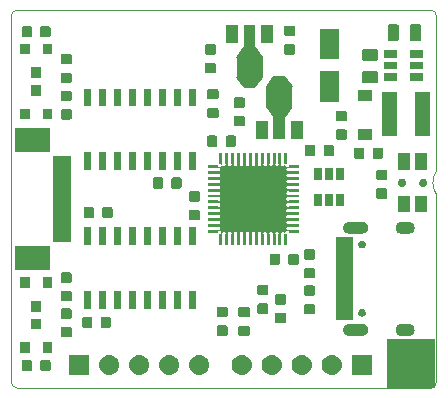
<source format=gts>
G04 #@! TF.GenerationSoftware,KiCad,Pcbnew,5.1.0*
G04 #@! TF.CreationDate,2019-05-06T20:06:38+02:00*
G04 #@! TF.ProjectId,printer-otter,7072696e-7465-4722-9d6f-747465722e6b,rev?*
G04 #@! TF.SameCoordinates,Original*
G04 #@! TF.FileFunction,Soldermask,Top*
G04 #@! TF.FilePolarity,Negative*
%FSLAX46Y46*%
G04 Gerber Fmt 4.6, Leading zero omitted, Abs format (unit mm)*
G04 Created by KiCad (PCBNEW 5.1.0) date 2019-05-06 20:06:38*
%MOMM*%
%LPD*%
G04 APERTURE LIST*
%ADD10C,0.100000*%
G04 APERTURE END LIST*
D10*
X136000000Y-113625000D02*
X136000000Y-100500000D01*
X135500000Y-100000000D02*
X121750000Y-100000000D01*
X100000000Y-100500000D02*
G75*
G02X100500000Y-100000000I500000J0D01*
G01*
X100500000Y-132000000D02*
G75*
G02X100000000Y-131500000I0J500000D01*
G01*
X136000000Y-131500000D02*
G75*
G02X135500000Y-132000000I-500000J0D01*
G01*
X135500000Y-100000000D02*
G75*
G02X136000000Y-100500000I0J-500000D01*
G01*
X135500000Y-100000000D02*
X135500000Y-100000000D01*
X136000000Y-131500000D02*
X136000000Y-115625000D01*
X100500000Y-132000000D02*
X135500000Y-132000000D01*
X100000000Y-100500000D02*
X100000000Y-131500000D01*
X104500000Y-100000000D02*
X100500000Y-100000000D01*
X107000000Y-100000000D02*
X104500000Y-100000000D01*
X110000000Y-100000000D02*
X112500000Y-100000000D01*
X113000000Y-100000000D02*
X112500000Y-100000000D01*
X110000000Y-100000000D02*
X107000000Y-100000000D01*
X121750000Y-100000000D02*
X113000000Y-100000000D01*
X136000000Y-115625000D02*
G75*
G02X136000000Y-113625000I1499999J1000000D01*
G01*
G36*
X135900000Y-132000000D02*
G01*
X131800000Y-132000000D01*
X131800000Y-127900000D01*
X135900000Y-127900000D01*
X135900000Y-132000000D01*
X135900000Y-132000000D01*
G37*
G36*
X122221627Y-129212299D02*
G01*
X122301742Y-129236601D01*
X122381855Y-129260903D01*
X122381857Y-129260904D01*
X122529518Y-129339831D01*
X122658949Y-129446051D01*
X122765169Y-129575482D01*
X122844096Y-129723143D01*
X122892701Y-129883373D01*
X122909112Y-130050000D01*
X122892701Y-130216627D01*
X122844096Y-130376857D01*
X122765169Y-130524518D01*
X122658949Y-130653949D01*
X122529518Y-130760169D01*
X122381857Y-130839096D01*
X122381855Y-130839097D01*
X122301742Y-130863399D01*
X122221627Y-130887701D01*
X122096752Y-130900000D01*
X122013248Y-130900000D01*
X121888373Y-130887701D01*
X121808258Y-130863399D01*
X121728145Y-130839097D01*
X121728143Y-130839096D01*
X121580482Y-130760169D01*
X121451051Y-130653949D01*
X121344831Y-130524518D01*
X121265904Y-130376857D01*
X121217299Y-130216627D01*
X121200888Y-130050000D01*
X121217299Y-129883373D01*
X121265904Y-129723143D01*
X121344831Y-129575482D01*
X121451051Y-129446051D01*
X121580482Y-129339831D01*
X121728143Y-129260904D01*
X121728145Y-129260903D01*
X121808258Y-129236601D01*
X121888373Y-129212299D01*
X122013248Y-129200000D01*
X122096752Y-129200000D01*
X122221627Y-129212299D01*
X122221627Y-129212299D01*
G37*
G36*
X119681627Y-129212299D02*
G01*
X119761742Y-129236601D01*
X119841855Y-129260903D01*
X119841857Y-129260904D01*
X119989518Y-129339831D01*
X120118949Y-129446051D01*
X120225169Y-129575482D01*
X120304096Y-129723143D01*
X120352701Y-129883373D01*
X120369112Y-130050000D01*
X120352701Y-130216627D01*
X120304096Y-130376857D01*
X120225169Y-130524518D01*
X120118949Y-130653949D01*
X119989518Y-130760169D01*
X119841857Y-130839096D01*
X119841855Y-130839097D01*
X119761742Y-130863399D01*
X119681627Y-130887701D01*
X119556752Y-130900000D01*
X119473248Y-130900000D01*
X119348373Y-130887701D01*
X119268258Y-130863399D01*
X119188145Y-130839097D01*
X119188143Y-130839096D01*
X119040482Y-130760169D01*
X118911051Y-130653949D01*
X118804831Y-130524518D01*
X118725904Y-130376857D01*
X118677299Y-130216627D01*
X118660888Y-130050000D01*
X118677299Y-129883373D01*
X118725904Y-129723143D01*
X118804831Y-129575482D01*
X118911051Y-129446051D01*
X119040482Y-129339831D01*
X119188143Y-129260904D01*
X119188145Y-129260903D01*
X119268258Y-129236601D01*
X119348373Y-129212299D01*
X119473248Y-129200000D01*
X119556752Y-129200000D01*
X119681627Y-129212299D01*
X119681627Y-129212299D01*
G37*
G36*
X124761627Y-129212299D02*
G01*
X124841742Y-129236601D01*
X124921855Y-129260903D01*
X124921857Y-129260904D01*
X125069518Y-129339831D01*
X125198949Y-129446051D01*
X125305169Y-129575482D01*
X125384096Y-129723143D01*
X125432701Y-129883373D01*
X125449112Y-130050000D01*
X125432701Y-130216627D01*
X125384096Y-130376857D01*
X125305169Y-130524518D01*
X125198949Y-130653949D01*
X125069518Y-130760169D01*
X124921857Y-130839096D01*
X124921855Y-130839097D01*
X124841742Y-130863399D01*
X124761627Y-130887701D01*
X124636752Y-130900000D01*
X124553248Y-130900000D01*
X124428373Y-130887701D01*
X124348258Y-130863399D01*
X124268145Y-130839097D01*
X124268143Y-130839096D01*
X124120482Y-130760169D01*
X123991051Y-130653949D01*
X123884831Y-130524518D01*
X123805904Y-130376857D01*
X123757299Y-130216627D01*
X123740888Y-130050000D01*
X123757299Y-129883373D01*
X123805904Y-129723143D01*
X123884831Y-129575482D01*
X123991051Y-129446051D01*
X124120482Y-129339831D01*
X124268143Y-129260904D01*
X124268145Y-129260903D01*
X124348258Y-129236601D01*
X124428373Y-129212299D01*
X124553248Y-129200000D01*
X124636752Y-129200000D01*
X124761627Y-129212299D01*
X124761627Y-129212299D01*
G37*
G36*
X127301627Y-129212299D02*
G01*
X127381742Y-129236601D01*
X127461855Y-129260903D01*
X127461857Y-129260904D01*
X127609518Y-129339831D01*
X127738949Y-129446051D01*
X127845169Y-129575482D01*
X127924096Y-129723143D01*
X127972701Y-129883373D01*
X127989112Y-130050000D01*
X127972701Y-130216627D01*
X127924096Y-130376857D01*
X127845169Y-130524518D01*
X127738949Y-130653949D01*
X127609518Y-130760169D01*
X127461857Y-130839096D01*
X127461855Y-130839097D01*
X127381742Y-130863399D01*
X127301627Y-130887701D01*
X127176752Y-130900000D01*
X127093248Y-130900000D01*
X126968373Y-130887701D01*
X126888258Y-130863399D01*
X126808145Y-130839097D01*
X126808143Y-130839096D01*
X126660482Y-130760169D01*
X126531051Y-130653949D01*
X126424831Y-130524518D01*
X126345904Y-130376857D01*
X126297299Y-130216627D01*
X126280888Y-130050000D01*
X126297299Y-129883373D01*
X126345904Y-129723143D01*
X126424831Y-129575482D01*
X126531051Y-129446051D01*
X126660482Y-129339831D01*
X126808143Y-129260904D01*
X126808145Y-129260903D01*
X126888258Y-129236601D01*
X126968373Y-129212299D01*
X127093248Y-129200000D01*
X127176752Y-129200000D01*
X127301627Y-129212299D01*
X127301627Y-129212299D01*
G37*
G36*
X116076627Y-129212299D02*
G01*
X116156742Y-129236601D01*
X116236855Y-129260903D01*
X116236857Y-129260904D01*
X116384518Y-129339831D01*
X116513949Y-129446051D01*
X116620169Y-129575482D01*
X116699096Y-129723143D01*
X116747701Y-129883373D01*
X116764112Y-130050000D01*
X116747701Y-130216627D01*
X116699096Y-130376857D01*
X116620169Y-130524518D01*
X116513949Y-130653949D01*
X116384518Y-130760169D01*
X116236857Y-130839096D01*
X116236855Y-130839097D01*
X116156742Y-130863399D01*
X116076627Y-130887701D01*
X115951752Y-130900000D01*
X115868248Y-130900000D01*
X115743373Y-130887701D01*
X115663258Y-130863399D01*
X115583145Y-130839097D01*
X115583143Y-130839096D01*
X115435482Y-130760169D01*
X115306051Y-130653949D01*
X115199831Y-130524518D01*
X115120904Y-130376857D01*
X115072299Y-130216627D01*
X115055888Y-130050000D01*
X115072299Y-129883373D01*
X115120904Y-129723143D01*
X115199831Y-129575482D01*
X115306051Y-129446051D01*
X115435482Y-129339831D01*
X115583143Y-129260904D01*
X115583145Y-129260903D01*
X115663258Y-129236601D01*
X115743373Y-129212299D01*
X115868248Y-129200000D01*
X115951752Y-129200000D01*
X116076627Y-129212299D01*
X116076627Y-129212299D01*
G37*
G36*
X113536627Y-129212299D02*
G01*
X113616742Y-129236601D01*
X113696855Y-129260903D01*
X113696857Y-129260904D01*
X113844518Y-129339831D01*
X113973949Y-129446051D01*
X114080169Y-129575482D01*
X114159096Y-129723143D01*
X114207701Y-129883373D01*
X114224112Y-130050000D01*
X114207701Y-130216627D01*
X114159096Y-130376857D01*
X114080169Y-130524518D01*
X113973949Y-130653949D01*
X113844518Y-130760169D01*
X113696857Y-130839096D01*
X113696855Y-130839097D01*
X113616742Y-130863399D01*
X113536627Y-130887701D01*
X113411752Y-130900000D01*
X113328248Y-130900000D01*
X113203373Y-130887701D01*
X113123258Y-130863399D01*
X113043145Y-130839097D01*
X113043143Y-130839096D01*
X112895482Y-130760169D01*
X112766051Y-130653949D01*
X112659831Y-130524518D01*
X112580904Y-130376857D01*
X112532299Y-130216627D01*
X112515888Y-130050000D01*
X112532299Y-129883373D01*
X112580904Y-129723143D01*
X112659831Y-129575482D01*
X112766051Y-129446051D01*
X112895482Y-129339831D01*
X113043143Y-129260904D01*
X113043145Y-129260903D01*
X113123258Y-129236601D01*
X113203373Y-129212299D01*
X113328248Y-129200000D01*
X113411752Y-129200000D01*
X113536627Y-129212299D01*
X113536627Y-129212299D01*
G37*
G36*
X110996627Y-129212299D02*
G01*
X111076742Y-129236601D01*
X111156855Y-129260903D01*
X111156857Y-129260904D01*
X111304518Y-129339831D01*
X111433949Y-129446051D01*
X111540169Y-129575482D01*
X111619096Y-129723143D01*
X111667701Y-129883373D01*
X111684112Y-130050000D01*
X111667701Y-130216627D01*
X111619096Y-130376857D01*
X111540169Y-130524518D01*
X111433949Y-130653949D01*
X111304518Y-130760169D01*
X111156857Y-130839096D01*
X111156855Y-130839097D01*
X111076742Y-130863399D01*
X110996627Y-130887701D01*
X110871752Y-130900000D01*
X110788248Y-130900000D01*
X110663373Y-130887701D01*
X110583258Y-130863399D01*
X110503145Y-130839097D01*
X110503143Y-130839096D01*
X110355482Y-130760169D01*
X110226051Y-130653949D01*
X110119831Y-130524518D01*
X110040904Y-130376857D01*
X109992299Y-130216627D01*
X109975888Y-130050000D01*
X109992299Y-129883373D01*
X110040904Y-129723143D01*
X110119831Y-129575482D01*
X110226051Y-129446051D01*
X110355482Y-129339831D01*
X110503143Y-129260904D01*
X110503145Y-129260903D01*
X110583258Y-129236601D01*
X110663373Y-129212299D01*
X110788248Y-129200000D01*
X110871752Y-129200000D01*
X110996627Y-129212299D01*
X110996627Y-129212299D01*
G37*
G36*
X108456627Y-129212299D02*
G01*
X108536742Y-129236601D01*
X108616855Y-129260903D01*
X108616857Y-129260904D01*
X108764518Y-129339831D01*
X108893949Y-129446051D01*
X109000169Y-129575482D01*
X109079096Y-129723143D01*
X109127701Y-129883373D01*
X109144112Y-130050000D01*
X109127701Y-130216627D01*
X109079096Y-130376857D01*
X109000169Y-130524518D01*
X108893949Y-130653949D01*
X108764518Y-130760169D01*
X108616857Y-130839096D01*
X108616855Y-130839097D01*
X108536742Y-130863399D01*
X108456627Y-130887701D01*
X108331752Y-130900000D01*
X108248248Y-130900000D01*
X108123373Y-130887701D01*
X108043258Y-130863399D01*
X107963145Y-130839097D01*
X107963143Y-130839096D01*
X107815482Y-130760169D01*
X107686051Y-130653949D01*
X107579831Y-130524518D01*
X107500904Y-130376857D01*
X107452299Y-130216627D01*
X107435888Y-130050000D01*
X107452299Y-129883373D01*
X107500904Y-129723143D01*
X107579831Y-129575482D01*
X107686051Y-129446051D01*
X107815482Y-129339831D01*
X107963143Y-129260904D01*
X107963145Y-129260903D01*
X108043258Y-129236601D01*
X108123373Y-129212299D01*
X108248248Y-129200000D01*
X108331752Y-129200000D01*
X108456627Y-129212299D01*
X108456627Y-129212299D01*
G37*
G36*
X106600000Y-130900000D02*
G01*
X104900000Y-130900000D01*
X104900000Y-129200000D01*
X106600000Y-129200000D01*
X106600000Y-130900000D01*
X106600000Y-130900000D01*
G37*
G36*
X130525000Y-130900000D02*
G01*
X128825000Y-130900000D01*
X128825000Y-129200000D01*
X130525000Y-129200000D01*
X130525000Y-130900000D01*
X130525000Y-130900000D01*
G37*
G36*
X103199116Y-129628595D02*
G01*
X103228311Y-129637452D01*
X103255223Y-129651837D01*
X103278808Y-129671192D01*
X103298163Y-129694777D01*
X103312548Y-129721689D01*
X103321405Y-129750884D01*
X103325000Y-129787390D01*
X103325000Y-130412610D01*
X103321405Y-130449116D01*
X103312548Y-130478311D01*
X103298163Y-130505223D01*
X103278808Y-130528808D01*
X103255223Y-130548163D01*
X103228311Y-130562548D01*
X103199116Y-130571405D01*
X103162610Y-130575000D01*
X102612390Y-130575000D01*
X102575884Y-130571405D01*
X102546689Y-130562548D01*
X102519777Y-130548163D01*
X102496192Y-130528808D01*
X102476837Y-130505223D01*
X102462452Y-130478311D01*
X102453595Y-130449116D01*
X102450000Y-130412610D01*
X102450000Y-129787390D01*
X102453595Y-129750884D01*
X102462452Y-129721689D01*
X102476837Y-129694777D01*
X102496192Y-129671192D01*
X102519777Y-129651837D01*
X102546689Y-129637452D01*
X102575884Y-129628595D01*
X102612390Y-129625000D01*
X103162610Y-129625000D01*
X103199116Y-129628595D01*
X103199116Y-129628595D01*
G37*
G36*
X101624116Y-129628595D02*
G01*
X101653311Y-129637452D01*
X101680223Y-129651837D01*
X101703808Y-129671192D01*
X101723163Y-129694777D01*
X101737548Y-129721689D01*
X101746405Y-129750884D01*
X101750000Y-129787390D01*
X101750000Y-130412610D01*
X101746405Y-130449116D01*
X101737548Y-130478311D01*
X101723163Y-130505223D01*
X101703808Y-130528808D01*
X101680223Y-130548163D01*
X101653311Y-130562548D01*
X101624116Y-130571405D01*
X101587610Y-130575000D01*
X101037390Y-130575000D01*
X101000884Y-130571405D01*
X100971689Y-130562548D01*
X100944777Y-130548163D01*
X100921192Y-130528808D01*
X100901837Y-130505223D01*
X100887452Y-130478311D01*
X100878595Y-130449116D01*
X100875000Y-130412610D01*
X100875000Y-129787390D01*
X100878595Y-129750884D01*
X100887452Y-129721689D01*
X100901837Y-129694777D01*
X100921192Y-129671192D01*
X100944777Y-129651837D01*
X100971689Y-129637452D01*
X101000884Y-129628595D01*
X101037390Y-129625000D01*
X101587610Y-129625000D01*
X101624116Y-129628595D01*
X101624116Y-129628595D01*
G37*
G36*
X101550000Y-129050000D02*
G01*
X100750000Y-129050000D01*
X100750000Y-128150000D01*
X101550000Y-128150000D01*
X101550000Y-129050000D01*
X101550000Y-129050000D01*
G37*
G36*
X103450000Y-129050000D02*
G01*
X102650000Y-129050000D01*
X102650000Y-128150000D01*
X103450000Y-128150000D01*
X103450000Y-129050000D01*
X103450000Y-129050000D01*
G37*
G36*
X104999116Y-126853595D02*
G01*
X105028311Y-126862452D01*
X105055223Y-126876837D01*
X105078808Y-126896192D01*
X105098163Y-126919777D01*
X105112548Y-126946689D01*
X105121405Y-126975884D01*
X105125000Y-127012390D01*
X105125000Y-127562610D01*
X105121405Y-127599116D01*
X105112548Y-127628311D01*
X105098163Y-127655223D01*
X105078808Y-127678808D01*
X105055223Y-127698163D01*
X105028311Y-127712548D01*
X104999116Y-127721405D01*
X104962610Y-127725000D01*
X104337390Y-127725000D01*
X104300884Y-127721405D01*
X104271689Y-127712548D01*
X104244777Y-127698163D01*
X104221192Y-127678808D01*
X104201837Y-127655223D01*
X104187452Y-127628311D01*
X104178595Y-127599116D01*
X104175000Y-127562610D01*
X104175000Y-127012390D01*
X104178595Y-126975884D01*
X104187452Y-126946689D01*
X104201837Y-126919777D01*
X104221192Y-126896192D01*
X104244777Y-126876837D01*
X104271689Y-126862452D01*
X104300884Y-126853595D01*
X104337390Y-126850000D01*
X104962610Y-126850000D01*
X104999116Y-126853595D01*
X104999116Y-126853595D01*
G37*
G36*
X120058581Y-126726351D02*
G01*
X120087776Y-126735208D01*
X120114688Y-126749593D01*
X120138273Y-126768948D01*
X120157628Y-126792533D01*
X120172013Y-126819445D01*
X120180870Y-126848640D01*
X120184465Y-126885146D01*
X120184465Y-127435366D01*
X120180870Y-127471872D01*
X120172013Y-127501067D01*
X120157628Y-127527979D01*
X120138273Y-127551564D01*
X120114688Y-127570919D01*
X120087776Y-127585304D01*
X120058581Y-127594161D01*
X120022075Y-127597756D01*
X119396855Y-127597756D01*
X119360349Y-127594161D01*
X119331154Y-127585304D01*
X119304242Y-127570919D01*
X119280657Y-127551564D01*
X119261302Y-127527979D01*
X119246917Y-127501067D01*
X119238060Y-127471872D01*
X119234465Y-127435366D01*
X119234465Y-126885146D01*
X119238060Y-126848640D01*
X119246917Y-126819445D01*
X119261302Y-126792533D01*
X119280657Y-126768948D01*
X119304242Y-126749593D01*
X119331154Y-126735208D01*
X119360349Y-126726351D01*
X119396855Y-126722756D01*
X120022075Y-126722756D01*
X120058581Y-126726351D01*
X120058581Y-126726351D01*
G37*
G36*
X118208579Y-126713852D02*
G01*
X118237774Y-126722709D01*
X118264686Y-126737094D01*
X118288271Y-126756449D01*
X118307626Y-126780034D01*
X118322011Y-126806946D01*
X118330868Y-126836141D01*
X118334463Y-126872647D01*
X118334463Y-127422867D01*
X118330868Y-127459373D01*
X118322011Y-127488568D01*
X118307626Y-127515480D01*
X118288271Y-127539065D01*
X118264686Y-127558420D01*
X118237774Y-127572805D01*
X118208579Y-127581662D01*
X118172073Y-127585257D01*
X117546853Y-127585257D01*
X117510347Y-127581662D01*
X117481152Y-127572805D01*
X117454240Y-127558420D01*
X117430655Y-127539065D01*
X117411300Y-127515480D01*
X117396915Y-127488568D01*
X117388058Y-127459373D01*
X117384463Y-127422867D01*
X117384463Y-126872647D01*
X117388058Y-126836141D01*
X117396915Y-126806946D01*
X117411300Y-126780034D01*
X117430655Y-126756449D01*
X117454240Y-126737094D01*
X117481152Y-126722709D01*
X117510347Y-126713852D01*
X117546853Y-126710257D01*
X118172073Y-126710257D01*
X118208579Y-126713852D01*
X118208579Y-126713852D01*
G37*
G36*
X133743015Y-126577234D02*
G01*
X133837270Y-126605826D01*
X133924128Y-126652253D01*
X134000264Y-126714736D01*
X134062747Y-126790872D01*
X134109174Y-126877730D01*
X134137766Y-126971985D01*
X134147419Y-127070000D01*
X134137766Y-127168015D01*
X134109174Y-127262270D01*
X134062747Y-127349128D01*
X134000264Y-127425264D01*
X133924128Y-127487747D01*
X133837270Y-127534174D01*
X133743015Y-127562766D01*
X133669564Y-127570000D01*
X133020436Y-127570000D01*
X132946985Y-127562766D01*
X132852730Y-127534174D01*
X132765872Y-127487747D01*
X132689736Y-127425264D01*
X132627253Y-127349128D01*
X132580826Y-127262270D01*
X132552234Y-127168015D01*
X132542581Y-127070000D01*
X132552234Y-126971985D01*
X132580826Y-126877730D01*
X132627253Y-126790872D01*
X132689736Y-126714736D01*
X132765872Y-126652253D01*
X132852730Y-126605826D01*
X132946985Y-126577234D01*
X133020436Y-126570000D01*
X133669564Y-126570000D01*
X133743015Y-126577234D01*
X133743015Y-126577234D01*
G37*
G36*
X129813015Y-126577234D02*
G01*
X129907270Y-126605826D01*
X129994128Y-126652253D01*
X130070264Y-126714736D01*
X130132747Y-126790872D01*
X130179174Y-126877730D01*
X130207766Y-126971985D01*
X130217419Y-127070000D01*
X130207766Y-127168015D01*
X130179174Y-127262270D01*
X130132747Y-127349128D01*
X130070264Y-127425264D01*
X129994128Y-127487747D01*
X129907270Y-127534174D01*
X129813015Y-127562766D01*
X129739564Y-127570000D01*
X128590436Y-127570000D01*
X128516985Y-127562766D01*
X128422730Y-127534174D01*
X128335872Y-127487747D01*
X128259736Y-127425264D01*
X128197253Y-127349128D01*
X128150826Y-127262270D01*
X128122234Y-127168015D01*
X128112581Y-127070000D01*
X128122234Y-126971985D01*
X128150826Y-126877730D01*
X128197253Y-126790872D01*
X128259736Y-126714736D01*
X128335872Y-126652253D01*
X128422730Y-126605826D01*
X128516985Y-126577234D01*
X128590436Y-126570000D01*
X129739564Y-126570000D01*
X129813015Y-126577234D01*
X129813015Y-126577234D01*
G37*
G36*
X102500000Y-127050000D02*
G01*
X101700000Y-127050000D01*
X101700000Y-126150000D01*
X102500000Y-126150000D01*
X102500000Y-127050000D01*
X102500000Y-127050000D01*
G37*
G36*
X108311616Y-125978595D02*
G01*
X108340811Y-125987452D01*
X108367723Y-126001837D01*
X108391308Y-126021192D01*
X108410663Y-126044777D01*
X108425048Y-126071689D01*
X108433905Y-126100884D01*
X108437500Y-126137390D01*
X108437500Y-126762610D01*
X108433905Y-126799116D01*
X108425048Y-126828311D01*
X108410663Y-126855223D01*
X108391308Y-126878808D01*
X108367723Y-126898163D01*
X108340811Y-126912548D01*
X108311616Y-126921405D01*
X108275110Y-126925000D01*
X107724890Y-126925000D01*
X107688384Y-126921405D01*
X107659189Y-126912548D01*
X107632277Y-126898163D01*
X107608692Y-126878808D01*
X107589337Y-126855223D01*
X107574952Y-126828311D01*
X107566095Y-126799116D01*
X107562500Y-126762610D01*
X107562500Y-126137390D01*
X107566095Y-126100884D01*
X107574952Y-126071689D01*
X107589337Y-126044777D01*
X107608692Y-126021192D01*
X107632277Y-126001837D01*
X107659189Y-125987452D01*
X107688384Y-125978595D01*
X107724890Y-125975000D01*
X108275110Y-125975000D01*
X108311616Y-125978595D01*
X108311616Y-125978595D01*
G37*
G36*
X106736616Y-125978595D02*
G01*
X106765811Y-125987452D01*
X106792723Y-126001837D01*
X106816308Y-126021192D01*
X106835663Y-126044777D01*
X106850048Y-126071689D01*
X106858905Y-126100884D01*
X106862500Y-126137390D01*
X106862500Y-126762610D01*
X106858905Y-126799116D01*
X106850048Y-126828311D01*
X106835663Y-126855223D01*
X106816308Y-126878808D01*
X106792723Y-126898163D01*
X106765811Y-126912548D01*
X106736616Y-126921405D01*
X106700110Y-126925000D01*
X106149890Y-126925000D01*
X106113384Y-126921405D01*
X106084189Y-126912548D01*
X106057277Y-126898163D01*
X106033692Y-126878808D01*
X106014337Y-126855223D01*
X105999952Y-126828311D01*
X105991095Y-126799116D01*
X105987500Y-126762610D01*
X105987500Y-126137390D01*
X105991095Y-126100884D01*
X105999952Y-126071689D01*
X106014337Y-126044777D01*
X106033692Y-126021192D01*
X106057277Y-126001837D01*
X106084189Y-125987452D01*
X106113384Y-125978595D01*
X106149890Y-125975000D01*
X106700110Y-125975000D01*
X106736616Y-125978595D01*
X106736616Y-125978595D01*
G37*
G36*
X123149116Y-125653595D02*
G01*
X123178311Y-125662452D01*
X123205223Y-125676837D01*
X123228808Y-125696192D01*
X123248163Y-125719777D01*
X123262548Y-125746689D01*
X123271405Y-125775884D01*
X123275000Y-125812390D01*
X123275000Y-126362610D01*
X123271405Y-126399116D01*
X123262548Y-126428311D01*
X123248163Y-126455223D01*
X123228808Y-126478808D01*
X123205223Y-126498163D01*
X123178311Y-126512548D01*
X123149116Y-126521405D01*
X123112610Y-126525000D01*
X122487390Y-126525000D01*
X122450884Y-126521405D01*
X122421689Y-126512548D01*
X122394777Y-126498163D01*
X122371192Y-126478808D01*
X122351837Y-126455223D01*
X122337452Y-126428311D01*
X122328595Y-126399116D01*
X122325000Y-126362610D01*
X122325000Y-125812390D01*
X122328595Y-125775884D01*
X122337452Y-125746689D01*
X122351837Y-125719777D01*
X122371192Y-125696192D01*
X122394777Y-125676837D01*
X122421689Y-125662452D01*
X122450884Y-125653595D01*
X122487390Y-125650000D01*
X123112610Y-125650000D01*
X123149116Y-125653595D01*
X123149116Y-125653595D01*
G37*
G36*
X128975000Y-126250000D02*
G01*
X127525000Y-126250000D01*
X127525000Y-119250000D01*
X128975000Y-119250000D01*
X128975000Y-126250000D01*
X128975000Y-126250000D01*
G37*
G36*
X104999116Y-125278595D02*
G01*
X105028311Y-125287452D01*
X105055223Y-125301837D01*
X105078808Y-125321192D01*
X105098163Y-125344777D01*
X105112548Y-125371689D01*
X105121405Y-125400884D01*
X105125000Y-125437390D01*
X105125000Y-125987610D01*
X105121405Y-126024116D01*
X105112548Y-126053311D01*
X105098163Y-126080223D01*
X105078808Y-126103808D01*
X105055223Y-126123163D01*
X105028311Y-126137548D01*
X104999116Y-126146405D01*
X104962610Y-126150000D01*
X104337390Y-126150000D01*
X104300884Y-126146405D01*
X104271689Y-126137548D01*
X104244777Y-126123163D01*
X104221192Y-126103808D01*
X104201837Y-126080223D01*
X104187452Y-126053311D01*
X104178595Y-126024116D01*
X104175000Y-125987610D01*
X104175000Y-125437390D01*
X104178595Y-125400884D01*
X104187452Y-125371689D01*
X104201837Y-125344777D01*
X104221192Y-125321192D01*
X104244777Y-125301837D01*
X104271689Y-125287452D01*
X104300884Y-125278595D01*
X104337390Y-125275000D01*
X104962610Y-125275000D01*
X104999116Y-125278595D01*
X104999116Y-125278595D01*
G37*
G36*
X120058581Y-125151351D02*
G01*
X120087776Y-125160208D01*
X120114688Y-125174593D01*
X120138273Y-125193948D01*
X120157628Y-125217533D01*
X120172013Y-125244445D01*
X120180870Y-125273640D01*
X120184465Y-125310146D01*
X120184465Y-125860366D01*
X120180870Y-125896872D01*
X120172013Y-125926067D01*
X120157628Y-125952979D01*
X120138273Y-125976564D01*
X120114688Y-125995919D01*
X120087776Y-126010304D01*
X120058581Y-126019161D01*
X120022075Y-126022756D01*
X119396855Y-126022756D01*
X119360349Y-126019161D01*
X119331154Y-126010304D01*
X119304242Y-125995919D01*
X119280657Y-125976564D01*
X119261302Y-125952979D01*
X119246917Y-125926067D01*
X119238060Y-125896872D01*
X119234465Y-125860366D01*
X119234465Y-125310146D01*
X119238060Y-125273640D01*
X119246917Y-125244445D01*
X119261302Y-125217533D01*
X119280657Y-125193948D01*
X119304242Y-125174593D01*
X119331154Y-125160208D01*
X119360349Y-125151351D01*
X119396855Y-125147756D01*
X120022075Y-125147756D01*
X120058581Y-125151351D01*
X120058581Y-125151351D01*
G37*
G36*
X118208579Y-125138852D02*
G01*
X118237774Y-125147709D01*
X118264686Y-125162094D01*
X118288271Y-125181449D01*
X118307626Y-125205034D01*
X118322011Y-125231946D01*
X118330868Y-125261141D01*
X118334463Y-125297647D01*
X118334463Y-125847867D01*
X118330868Y-125884373D01*
X118322011Y-125913568D01*
X118307626Y-125940480D01*
X118288271Y-125964065D01*
X118264686Y-125983420D01*
X118237774Y-125997805D01*
X118208579Y-126006662D01*
X118172073Y-126010257D01*
X117546853Y-126010257D01*
X117510347Y-126006662D01*
X117481152Y-125997805D01*
X117454240Y-125983420D01*
X117430655Y-125964065D01*
X117411300Y-125940480D01*
X117396915Y-125913568D01*
X117388058Y-125884373D01*
X117384463Y-125847867D01*
X117384463Y-125297647D01*
X117388058Y-125261141D01*
X117396915Y-125231946D01*
X117411300Y-125205034D01*
X117430655Y-125181449D01*
X117454240Y-125162094D01*
X117481152Y-125147709D01*
X117510347Y-125138852D01*
X117546853Y-125135257D01*
X118172073Y-125135257D01*
X118208579Y-125138852D01*
X118208579Y-125138852D01*
G37*
G36*
X129789799Y-125327489D02*
G01*
X129848945Y-125351988D01*
X129902176Y-125387556D01*
X129947444Y-125432824D01*
X129983012Y-125486055D01*
X130007511Y-125545201D01*
X130020000Y-125607990D01*
X130020000Y-125672010D01*
X130007511Y-125734799D01*
X129983012Y-125793945D01*
X129947444Y-125847176D01*
X129902176Y-125892444D01*
X129848945Y-125928012D01*
X129789799Y-125952511D01*
X129727010Y-125965000D01*
X129662990Y-125965000D01*
X129600201Y-125952511D01*
X129541055Y-125928012D01*
X129487824Y-125892444D01*
X129442556Y-125847176D01*
X129406988Y-125793945D01*
X129382489Y-125734799D01*
X129370000Y-125672010D01*
X129370000Y-125607990D01*
X129382489Y-125545201D01*
X129406988Y-125486055D01*
X129442556Y-125432824D01*
X129487824Y-125387556D01*
X129541055Y-125351988D01*
X129600201Y-125327489D01*
X129662990Y-125315000D01*
X129727010Y-125315000D01*
X129789799Y-125327489D01*
X129789799Y-125327489D01*
G37*
G36*
X125599116Y-124903595D02*
G01*
X125628311Y-124912452D01*
X125655223Y-124926837D01*
X125678808Y-124946192D01*
X125698163Y-124969777D01*
X125712548Y-124996689D01*
X125721405Y-125025884D01*
X125725000Y-125062390D01*
X125725000Y-125612610D01*
X125721405Y-125649116D01*
X125712548Y-125678311D01*
X125698163Y-125705223D01*
X125678808Y-125728808D01*
X125655223Y-125748163D01*
X125628311Y-125762548D01*
X125599116Y-125771405D01*
X125562610Y-125775000D01*
X124937390Y-125775000D01*
X124900884Y-125771405D01*
X124871689Y-125762548D01*
X124844777Y-125748163D01*
X124821192Y-125728808D01*
X124801837Y-125705223D01*
X124787452Y-125678311D01*
X124778595Y-125649116D01*
X124775000Y-125612610D01*
X124775000Y-125062390D01*
X124778595Y-125025884D01*
X124787452Y-124996689D01*
X124801837Y-124969777D01*
X124821192Y-124946192D01*
X124844777Y-124926837D01*
X124871689Y-124912452D01*
X124900884Y-124903595D01*
X124937390Y-124900000D01*
X125562610Y-124900000D01*
X125599116Y-124903595D01*
X125599116Y-124903595D01*
G37*
G36*
X121649116Y-124853595D02*
G01*
X121678311Y-124862452D01*
X121705223Y-124876837D01*
X121728808Y-124896192D01*
X121748163Y-124919777D01*
X121762548Y-124946689D01*
X121771405Y-124975884D01*
X121775000Y-125012390D01*
X121775000Y-125562610D01*
X121771405Y-125599116D01*
X121762548Y-125628311D01*
X121748163Y-125655223D01*
X121728808Y-125678808D01*
X121705223Y-125698163D01*
X121678311Y-125712548D01*
X121649116Y-125721405D01*
X121612610Y-125725000D01*
X120987390Y-125725000D01*
X120950884Y-125721405D01*
X120921689Y-125712548D01*
X120894777Y-125698163D01*
X120871192Y-125678808D01*
X120851837Y-125655223D01*
X120837452Y-125628311D01*
X120828595Y-125599116D01*
X120825000Y-125562610D01*
X120825000Y-125012390D01*
X120828595Y-124975884D01*
X120837452Y-124946689D01*
X120851837Y-124919777D01*
X120871192Y-124896192D01*
X120894777Y-124876837D01*
X120921689Y-124862452D01*
X120950884Y-124853595D01*
X120987390Y-124850000D01*
X121612610Y-124850000D01*
X121649116Y-124853595D01*
X121649116Y-124853595D01*
G37*
G36*
X102500000Y-125550000D02*
G01*
X101700000Y-125550000D01*
X101700000Y-124650000D01*
X102500000Y-124650000D01*
X102500000Y-125550000D01*
X102500000Y-125550000D01*
G37*
G36*
X110565000Y-125300000D02*
G01*
X109965000Y-125300000D01*
X109965000Y-123800000D01*
X110565000Y-123800000D01*
X110565000Y-125300000D01*
X110565000Y-125300000D01*
G37*
G36*
X106755000Y-125300000D02*
G01*
X106155000Y-125300000D01*
X106155000Y-123800000D01*
X106755000Y-123800000D01*
X106755000Y-125300000D01*
X106755000Y-125300000D01*
G37*
G36*
X109295000Y-125300000D02*
G01*
X108695000Y-125300000D01*
X108695000Y-123800000D01*
X109295000Y-123800000D01*
X109295000Y-125300000D01*
X109295000Y-125300000D01*
G37*
G36*
X111835000Y-125300000D02*
G01*
X111235000Y-125300000D01*
X111235000Y-123800000D01*
X111835000Y-123800000D01*
X111835000Y-125300000D01*
X111835000Y-125300000D01*
G37*
G36*
X113105000Y-125300000D02*
G01*
X112505000Y-125300000D01*
X112505000Y-123800000D01*
X113105000Y-123800000D01*
X113105000Y-125300000D01*
X113105000Y-125300000D01*
G37*
G36*
X114375000Y-125300000D02*
G01*
X113775000Y-125300000D01*
X113775000Y-123800000D01*
X114375000Y-123800000D01*
X114375000Y-125300000D01*
X114375000Y-125300000D01*
G37*
G36*
X115645000Y-125300000D02*
G01*
X115045000Y-125300000D01*
X115045000Y-123800000D01*
X115645000Y-123800000D01*
X115645000Y-125300000D01*
X115645000Y-125300000D01*
G37*
G36*
X108025000Y-125300000D02*
G01*
X107425000Y-125300000D01*
X107425000Y-123800000D01*
X108025000Y-123800000D01*
X108025000Y-125300000D01*
X108025000Y-125300000D01*
G37*
G36*
X123149116Y-124078595D02*
G01*
X123178311Y-124087452D01*
X123205223Y-124101837D01*
X123228808Y-124121192D01*
X123248163Y-124144777D01*
X123262548Y-124171689D01*
X123271405Y-124200884D01*
X123275000Y-124237390D01*
X123275000Y-124787610D01*
X123271405Y-124824116D01*
X123262548Y-124853311D01*
X123248163Y-124880223D01*
X123228808Y-124903808D01*
X123205223Y-124923163D01*
X123178311Y-124937548D01*
X123149116Y-124946405D01*
X123112610Y-124950000D01*
X122487390Y-124950000D01*
X122450884Y-124946405D01*
X122421689Y-124937548D01*
X122394777Y-124923163D01*
X122371192Y-124903808D01*
X122351837Y-124880223D01*
X122337452Y-124853311D01*
X122328595Y-124824116D01*
X122325000Y-124787610D01*
X122325000Y-124237390D01*
X122328595Y-124200884D01*
X122337452Y-124171689D01*
X122351837Y-124144777D01*
X122371192Y-124121192D01*
X122394777Y-124101837D01*
X122421689Y-124087452D01*
X122450884Y-124078595D01*
X122487390Y-124075000D01*
X123112610Y-124075000D01*
X123149116Y-124078595D01*
X123149116Y-124078595D01*
G37*
G36*
X104999116Y-123803595D02*
G01*
X105028311Y-123812452D01*
X105055223Y-123826837D01*
X105078808Y-123846192D01*
X105098163Y-123869777D01*
X105112548Y-123896689D01*
X105121405Y-123925884D01*
X105125000Y-123962390D01*
X105125000Y-124512610D01*
X105121405Y-124549116D01*
X105112548Y-124578311D01*
X105098163Y-124605223D01*
X105078808Y-124628808D01*
X105055223Y-124648163D01*
X105028311Y-124662548D01*
X104999116Y-124671405D01*
X104962610Y-124675000D01*
X104337390Y-124675000D01*
X104300884Y-124671405D01*
X104271689Y-124662548D01*
X104244777Y-124648163D01*
X104221192Y-124628808D01*
X104201837Y-124605223D01*
X104187452Y-124578311D01*
X104178595Y-124549116D01*
X104175000Y-124512610D01*
X104175000Y-123962390D01*
X104178595Y-123925884D01*
X104187452Y-123896689D01*
X104201837Y-123869777D01*
X104221192Y-123846192D01*
X104244777Y-123826837D01*
X104271689Y-123812452D01*
X104300884Y-123803595D01*
X104337390Y-123800000D01*
X104962610Y-123800000D01*
X104999116Y-123803595D01*
X104999116Y-123803595D01*
G37*
G36*
X125599116Y-123328595D02*
G01*
X125628311Y-123337452D01*
X125655223Y-123351837D01*
X125678808Y-123371192D01*
X125698163Y-123394777D01*
X125712548Y-123421689D01*
X125721405Y-123450884D01*
X125725000Y-123487390D01*
X125725000Y-124037610D01*
X125721405Y-124074116D01*
X125712548Y-124103311D01*
X125698163Y-124130223D01*
X125678808Y-124153808D01*
X125655223Y-124173163D01*
X125628311Y-124187548D01*
X125599116Y-124196405D01*
X125562610Y-124200000D01*
X124937390Y-124200000D01*
X124900884Y-124196405D01*
X124871689Y-124187548D01*
X124844777Y-124173163D01*
X124821192Y-124153808D01*
X124801837Y-124130223D01*
X124787452Y-124103311D01*
X124778595Y-124074116D01*
X124775000Y-124037610D01*
X124775000Y-123487390D01*
X124778595Y-123450884D01*
X124787452Y-123421689D01*
X124801837Y-123394777D01*
X124821192Y-123371192D01*
X124844777Y-123351837D01*
X124871689Y-123337452D01*
X124900884Y-123328595D01*
X124937390Y-123325000D01*
X125562610Y-123325000D01*
X125599116Y-123328595D01*
X125599116Y-123328595D01*
G37*
G36*
X121649116Y-123278595D02*
G01*
X121678311Y-123287452D01*
X121705223Y-123301837D01*
X121728808Y-123321192D01*
X121748163Y-123344777D01*
X121762548Y-123371689D01*
X121771405Y-123400884D01*
X121775000Y-123437390D01*
X121775000Y-123987610D01*
X121771405Y-124024116D01*
X121762548Y-124053311D01*
X121748163Y-124080223D01*
X121728808Y-124103808D01*
X121705223Y-124123163D01*
X121678311Y-124137548D01*
X121649116Y-124146405D01*
X121612610Y-124150000D01*
X120987390Y-124150000D01*
X120950884Y-124146405D01*
X120921689Y-124137548D01*
X120894777Y-124123163D01*
X120871192Y-124103808D01*
X120851837Y-124080223D01*
X120837452Y-124053311D01*
X120828595Y-124024116D01*
X120825000Y-123987610D01*
X120825000Y-123437390D01*
X120828595Y-123400884D01*
X120837452Y-123371689D01*
X120851837Y-123344777D01*
X120871192Y-123321192D01*
X120894777Y-123301837D01*
X120921689Y-123287452D01*
X120950884Y-123278595D01*
X120987390Y-123275000D01*
X121612610Y-123275000D01*
X121649116Y-123278595D01*
X121649116Y-123278595D01*
G37*
G36*
X101550000Y-123550000D02*
G01*
X100750000Y-123550000D01*
X100750000Y-122650000D01*
X101550000Y-122650000D01*
X101550000Y-123550000D01*
X101550000Y-123550000D01*
G37*
G36*
X103450000Y-123550000D02*
G01*
X102650000Y-123550000D01*
X102650000Y-122650000D01*
X103450000Y-122650000D01*
X103450000Y-123550000D01*
X103450000Y-123550000D01*
G37*
G36*
X104999116Y-122228595D02*
G01*
X105028311Y-122237452D01*
X105055223Y-122251837D01*
X105078808Y-122271192D01*
X105098163Y-122294777D01*
X105112548Y-122321689D01*
X105121405Y-122350884D01*
X105125000Y-122387390D01*
X105125000Y-122937610D01*
X105121405Y-122974116D01*
X105112548Y-123003311D01*
X105098163Y-123030223D01*
X105078808Y-123053808D01*
X105055223Y-123073163D01*
X105028311Y-123087548D01*
X104999116Y-123096405D01*
X104962610Y-123100000D01*
X104337390Y-123100000D01*
X104300884Y-123096405D01*
X104271689Y-123087548D01*
X104244777Y-123073163D01*
X104221192Y-123053808D01*
X104201837Y-123030223D01*
X104187452Y-123003311D01*
X104178595Y-122974116D01*
X104175000Y-122937610D01*
X104175000Y-122387390D01*
X104178595Y-122350884D01*
X104187452Y-122321689D01*
X104201837Y-122294777D01*
X104221192Y-122271192D01*
X104244777Y-122251837D01*
X104271689Y-122237452D01*
X104300884Y-122228595D01*
X104337390Y-122225000D01*
X104962610Y-122225000D01*
X104999116Y-122228595D01*
X104999116Y-122228595D01*
G37*
G36*
X125599116Y-121853595D02*
G01*
X125628311Y-121862452D01*
X125655223Y-121876837D01*
X125678808Y-121896192D01*
X125698163Y-121919777D01*
X125712548Y-121946689D01*
X125721405Y-121975884D01*
X125725000Y-122012390D01*
X125725000Y-122562610D01*
X125721405Y-122599116D01*
X125712548Y-122628311D01*
X125698163Y-122655223D01*
X125678808Y-122678808D01*
X125655223Y-122698163D01*
X125628311Y-122712548D01*
X125599116Y-122721405D01*
X125562610Y-122725000D01*
X124937390Y-122725000D01*
X124900884Y-122721405D01*
X124871689Y-122712548D01*
X124844777Y-122698163D01*
X124821192Y-122678808D01*
X124801837Y-122655223D01*
X124787452Y-122628311D01*
X124778595Y-122599116D01*
X124775000Y-122562610D01*
X124775000Y-122012390D01*
X124778595Y-121975884D01*
X124787452Y-121946689D01*
X124801837Y-121919777D01*
X124821192Y-121896192D01*
X124844777Y-121876837D01*
X124871689Y-121862452D01*
X124900884Y-121853595D01*
X124937390Y-121850000D01*
X125562610Y-121850000D01*
X125599116Y-121853595D01*
X125599116Y-121853595D01*
G37*
G36*
X103300000Y-122000000D02*
G01*
X100300000Y-122000000D01*
X100300000Y-120000000D01*
X103300000Y-120000000D01*
X103300000Y-122000000D01*
X103300000Y-122000000D01*
G37*
G36*
X122624116Y-120628595D02*
G01*
X122653311Y-120637452D01*
X122680223Y-120651837D01*
X122703808Y-120671192D01*
X122723163Y-120694777D01*
X122737548Y-120721689D01*
X122746405Y-120750884D01*
X122750000Y-120787390D01*
X122750000Y-121412610D01*
X122746405Y-121449116D01*
X122737548Y-121478311D01*
X122723163Y-121505223D01*
X122703808Y-121528808D01*
X122680223Y-121548163D01*
X122653311Y-121562548D01*
X122624116Y-121571405D01*
X122587610Y-121575000D01*
X122037390Y-121575000D01*
X122000884Y-121571405D01*
X121971689Y-121562548D01*
X121944777Y-121548163D01*
X121921192Y-121528808D01*
X121901837Y-121505223D01*
X121887452Y-121478311D01*
X121878595Y-121449116D01*
X121875000Y-121412610D01*
X121875000Y-120787390D01*
X121878595Y-120750884D01*
X121887452Y-120721689D01*
X121901837Y-120694777D01*
X121921192Y-120671192D01*
X121944777Y-120651837D01*
X121971689Y-120637452D01*
X122000884Y-120628595D01*
X122037390Y-120625000D01*
X122587610Y-120625000D01*
X122624116Y-120628595D01*
X122624116Y-120628595D01*
G37*
G36*
X124199116Y-120628595D02*
G01*
X124228311Y-120637452D01*
X124255223Y-120651837D01*
X124278808Y-120671192D01*
X124298163Y-120694777D01*
X124312548Y-120721689D01*
X124321405Y-120750884D01*
X124325000Y-120787390D01*
X124325000Y-121412610D01*
X124321405Y-121449116D01*
X124312548Y-121478311D01*
X124298163Y-121505223D01*
X124278808Y-121528808D01*
X124255223Y-121548163D01*
X124228311Y-121562548D01*
X124199116Y-121571405D01*
X124162610Y-121575000D01*
X123612390Y-121575000D01*
X123575884Y-121571405D01*
X123546689Y-121562548D01*
X123519777Y-121548163D01*
X123496192Y-121528808D01*
X123476837Y-121505223D01*
X123462452Y-121478311D01*
X123453595Y-121449116D01*
X123450000Y-121412610D01*
X123450000Y-120787390D01*
X123453595Y-120750884D01*
X123462452Y-120721689D01*
X123476837Y-120694777D01*
X123496192Y-120671192D01*
X123519777Y-120651837D01*
X123546689Y-120637452D01*
X123575884Y-120628595D01*
X123612390Y-120625000D01*
X124162610Y-120625000D01*
X124199116Y-120628595D01*
X124199116Y-120628595D01*
G37*
G36*
X125599116Y-120278595D02*
G01*
X125628311Y-120287452D01*
X125655223Y-120301837D01*
X125678808Y-120321192D01*
X125698163Y-120344777D01*
X125712548Y-120371689D01*
X125721405Y-120400884D01*
X125725000Y-120437390D01*
X125725000Y-120987610D01*
X125721405Y-121024116D01*
X125712548Y-121053311D01*
X125698163Y-121080223D01*
X125678808Y-121103808D01*
X125655223Y-121123163D01*
X125628311Y-121137548D01*
X125599116Y-121146405D01*
X125562610Y-121150000D01*
X124937390Y-121150000D01*
X124900884Y-121146405D01*
X124871689Y-121137548D01*
X124844777Y-121123163D01*
X124821192Y-121103808D01*
X124801837Y-121080223D01*
X124787452Y-121053311D01*
X124778595Y-121024116D01*
X124775000Y-120987610D01*
X124775000Y-120437390D01*
X124778595Y-120400884D01*
X124787452Y-120371689D01*
X124801837Y-120344777D01*
X124821192Y-120321192D01*
X124844777Y-120301837D01*
X124871689Y-120287452D01*
X124900884Y-120278595D01*
X124937390Y-120275000D01*
X125562610Y-120275000D01*
X125599116Y-120278595D01*
X125599116Y-120278595D01*
G37*
G36*
X129789799Y-119547489D02*
G01*
X129848945Y-119571988D01*
X129902176Y-119607556D01*
X129947444Y-119652824D01*
X129983012Y-119706055D01*
X130007511Y-119765201D01*
X130020000Y-119827990D01*
X130020000Y-119892010D01*
X130007511Y-119954799D01*
X129983012Y-120013945D01*
X129947444Y-120067176D01*
X129902176Y-120112444D01*
X129848945Y-120148012D01*
X129789799Y-120172511D01*
X129727010Y-120185000D01*
X129662990Y-120185000D01*
X129600201Y-120172511D01*
X129541055Y-120148012D01*
X129487824Y-120112444D01*
X129442556Y-120067176D01*
X129406988Y-120013945D01*
X129382489Y-119954799D01*
X129370000Y-119892010D01*
X129370000Y-119827990D01*
X129382489Y-119765201D01*
X129406988Y-119706055D01*
X129442556Y-119652824D01*
X129487824Y-119607556D01*
X129541055Y-119571988D01*
X129600201Y-119547489D01*
X129662990Y-119535000D01*
X129727010Y-119535000D01*
X129789799Y-119547489D01*
X129789799Y-119547489D01*
G37*
G36*
X109295000Y-119900000D02*
G01*
X108695000Y-119900000D01*
X108695000Y-118400000D01*
X109295000Y-118400000D01*
X109295000Y-119900000D01*
X109295000Y-119900000D01*
G37*
G36*
X110565000Y-119900000D02*
G01*
X109965000Y-119900000D01*
X109965000Y-118400000D01*
X110565000Y-118400000D01*
X110565000Y-119900000D01*
X110565000Y-119900000D01*
G37*
G36*
X108025000Y-119900000D02*
G01*
X107425000Y-119900000D01*
X107425000Y-118400000D01*
X108025000Y-118400000D01*
X108025000Y-119900000D01*
X108025000Y-119900000D01*
G37*
G36*
X106755000Y-119900000D02*
G01*
X106155000Y-119900000D01*
X106155000Y-118400000D01*
X106755000Y-118400000D01*
X106755000Y-119900000D01*
X106755000Y-119900000D01*
G37*
G36*
X115645000Y-119900000D02*
G01*
X115045000Y-119900000D01*
X115045000Y-118400000D01*
X115645000Y-118400000D01*
X115645000Y-119900000D01*
X115645000Y-119900000D01*
G37*
G36*
X114375000Y-119900000D02*
G01*
X113775000Y-119900000D01*
X113775000Y-118400000D01*
X114375000Y-118400000D01*
X114375000Y-119900000D01*
X114375000Y-119900000D01*
G37*
G36*
X113105000Y-119900000D02*
G01*
X112505000Y-119900000D01*
X112505000Y-118400000D01*
X113105000Y-118400000D01*
X113105000Y-119900000D01*
X113105000Y-119900000D01*
G37*
G36*
X111835000Y-119900000D02*
G01*
X111235000Y-119900000D01*
X111235000Y-118400000D01*
X111835000Y-118400000D01*
X111835000Y-119900000D01*
X111835000Y-119900000D01*
G37*
G36*
X117874449Y-112125551D02*
G01*
X117875000Y-112131141D01*
X117875000Y-112993859D01*
X117874413Y-112999822D01*
X117872079Y-113004187D01*
X117864136Y-113016075D01*
X117854758Y-113038714D01*
X117849977Y-113062747D01*
X117849977Y-113087251D01*
X117854757Y-113111285D01*
X117864134Y-113133924D01*
X117877747Y-113154298D01*
X117895074Y-113171625D01*
X117915448Y-113185239D01*
X117938087Y-113194617D01*
X117962120Y-113199398D01*
X117974374Y-113200000D01*
X118025626Y-113200000D01*
X118050012Y-113197598D01*
X118073461Y-113190485D01*
X118095072Y-113178934D01*
X118114014Y-113163389D01*
X118129559Y-113144447D01*
X118141110Y-113122836D01*
X118148223Y-113099387D01*
X118150625Y-113075001D01*
X118148223Y-113050615D01*
X118141110Y-113027166D01*
X118129559Y-113005555D01*
X118126311Y-113001176D01*
X118125587Y-112999822D01*
X118125000Y-112993859D01*
X118125000Y-112131141D01*
X118125551Y-112125551D01*
X118131141Y-112125000D01*
X118368859Y-112125000D01*
X118374449Y-112125551D01*
X118375000Y-112131141D01*
X118375000Y-112993859D01*
X118374413Y-112999822D01*
X118372079Y-113004187D01*
X118364136Y-113016075D01*
X118354758Y-113038714D01*
X118349977Y-113062747D01*
X118349977Y-113087251D01*
X118354757Y-113111285D01*
X118364134Y-113133924D01*
X118377747Y-113154298D01*
X118395074Y-113171625D01*
X118415448Y-113185239D01*
X118438087Y-113194617D01*
X118462120Y-113199398D01*
X118474374Y-113200000D01*
X118525627Y-113200000D01*
X118550013Y-113197598D01*
X118573462Y-113190485D01*
X118595073Y-113178934D01*
X118614015Y-113163389D01*
X118629560Y-113144447D01*
X118641111Y-113122836D01*
X118648224Y-113099387D01*
X118650626Y-113075001D01*
X118648224Y-113050615D01*
X118641111Y-113027166D01*
X118629560Y-113005555D01*
X118626312Y-113001176D01*
X118625588Y-112999822D01*
X118625001Y-112993859D01*
X118625001Y-112131141D01*
X118625552Y-112125551D01*
X118631142Y-112125000D01*
X118868860Y-112125000D01*
X118874450Y-112125551D01*
X118875001Y-112131141D01*
X118875001Y-112993859D01*
X118874414Y-112999822D01*
X118872080Y-113004187D01*
X118864137Y-113016075D01*
X118854759Y-113038714D01*
X118849978Y-113062747D01*
X118849978Y-113087251D01*
X118854758Y-113111285D01*
X118864135Y-113133924D01*
X118877748Y-113154298D01*
X118895075Y-113171625D01*
X118915449Y-113185239D01*
X118938088Y-113194617D01*
X118962121Y-113199398D01*
X118974375Y-113200000D01*
X119025626Y-113200000D01*
X119050012Y-113197598D01*
X119073461Y-113190485D01*
X119095072Y-113178934D01*
X119114014Y-113163389D01*
X119129559Y-113144447D01*
X119141110Y-113122836D01*
X119148223Y-113099387D01*
X119150625Y-113075001D01*
X119148223Y-113050615D01*
X119141110Y-113027166D01*
X119129559Y-113005555D01*
X119126311Y-113001176D01*
X119125587Y-112999822D01*
X119125000Y-112993859D01*
X119125000Y-112131141D01*
X119125551Y-112125551D01*
X119131141Y-112125000D01*
X119368859Y-112125000D01*
X119374449Y-112125551D01*
X119375000Y-112131141D01*
X119375000Y-112993859D01*
X119374413Y-112999822D01*
X119372079Y-113004187D01*
X119364136Y-113016075D01*
X119354758Y-113038714D01*
X119349977Y-113062747D01*
X119349977Y-113087251D01*
X119354757Y-113111285D01*
X119364134Y-113133924D01*
X119377747Y-113154298D01*
X119395074Y-113171625D01*
X119415448Y-113185239D01*
X119438087Y-113194617D01*
X119462120Y-113199398D01*
X119474374Y-113200000D01*
X119525625Y-113200000D01*
X119550011Y-113197598D01*
X119573460Y-113190485D01*
X119595071Y-113178934D01*
X119614013Y-113163389D01*
X119629558Y-113144447D01*
X119641109Y-113122836D01*
X119648222Y-113099387D01*
X119650624Y-113075001D01*
X119648222Y-113050615D01*
X119641109Y-113027166D01*
X119629558Y-113005555D01*
X119626310Y-113001176D01*
X119625586Y-112999822D01*
X119624999Y-112993859D01*
X119624999Y-112131141D01*
X119625550Y-112125551D01*
X119631140Y-112125000D01*
X119868858Y-112125000D01*
X119874448Y-112125551D01*
X119874999Y-112131141D01*
X119874999Y-112993859D01*
X119874412Y-112999822D01*
X119872078Y-113004187D01*
X119864135Y-113016075D01*
X119854757Y-113038714D01*
X119849976Y-113062747D01*
X119849976Y-113087251D01*
X119854756Y-113111285D01*
X119864133Y-113133924D01*
X119877746Y-113154298D01*
X119895073Y-113171625D01*
X119915447Y-113185239D01*
X119938086Y-113194617D01*
X119962119Y-113199398D01*
X119974373Y-113200000D01*
X120025626Y-113200000D01*
X120050012Y-113197598D01*
X120073461Y-113190485D01*
X120095072Y-113178934D01*
X120114014Y-113163389D01*
X120129559Y-113144447D01*
X120141110Y-113122836D01*
X120148223Y-113099387D01*
X120150625Y-113075001D01*
X120148223Y-113050615D01*
X120141110Y-113027166D01*
X120129559Y-113005555D01*
X120126311Y-113001176D01*
X120125587Y-112999822D01*
X120125000Y-112993859D01*
X120125000Y-112131141D01*
X120125551Y-112125551D01*
X120131141Y-112125000D01*
X120368859Y-112125000D01*
X120374449Y-112125551D01*
X120375000Y-112131141D01*
X120375000Y-112993859D01*
X120374413Y-112999822D01*
X120372079Y-113004187D01*
X120364136Y-113016075D01*
X120354758Y-113038714D01*
X120349977Y-113062747D01*
X120349977Y-113087251D01*
X120354757Y-113111285D01*
X120364134Y-113133924D01*
X120377747Y-113154298D01*
X120395074Y-113171625D01*
X120415448Y-113185239D01*
X120438087Y-113194617D01*
X120462120Y-113199398D01*
X120474374Y-113200000D01*
X120525626Y-113200000D01*
X120550012Y-113197598D01*
X120573461Y-113190485D01*
X120595072Y-113178934D01*
X120614014Y-113163389D01*
X120629559Y-113144447D01*
X120641110Y-113122836D01*
X120648223Y-113099387D01*
X120650625Y-113075001D01*
X120648223Y-113050615D01*
X120641110Y-113027166D01*
X120629559Y-113005555D01*
X120626311Y-113001176D01*
X120625587Y-112999822D01*
X120625000Y-112993859D01*
X120625000Y-112131141D01*
X120625551Y-112125551D01*
X120631141Y-112125000D01*
X120868859Y-112125000D01*
X120874449Y-112125551D01*
X120875000Y-112131141D01*
X120875000Y-112993859D01*
X120874413Y-112999822D01*
X120872079Y-113004187D01*
X120864136Y-113016075D01*
X120854758Y-113038714D01*
X120849977Y-113062747D01*
X120849977Y-113087251D01*
X120854757Y-113111285D01*
X120864134Y-113133924D01*
X120877747Y-113154298D01*
X120895074Y-113171625D01*
X120915448Y-113185239D01*
X120938087Y-113194617D01*
X120962120Y-113199398D01*
X120974374Y-113200000D01*
X121025627Y-113200000D01*
X121050013Y-113197598D01*
X121073462Y-113190485D01*
X121095073Y-113178934D01*
X121114015Y-113163389D01*
X121129560Y-113144447D01*
X121141111Y-113122836D01*
X121148224Y-113099387D01*
X121150626Y-113075001D01*
X121148224Y-113050615D01*
X121141111Y-113027166D01*
X121129560Y-113005555D01*
X121126312Y-113001176D01*
X121125588Y-112999822D01*
X121125001Y-112993859D01*
X121125001Y-112131141D01*
X121125552Y-112125551D01*
X121131142Y-112125000D01*
X121368860Y-112125000D01*
X121374450Y-112125551D01*
X121375001Y-112131141D01*
X121375001Y-112993859D01*
X121374414Y-112999822D01*
X121372080Y-113004187D01*
X121364137Y-113016075D01*
X121354759Y-113038714D01*
X121349978Y-113062747D01*
X121349978Y-113087251D01*
X121354758Y-113111285D01*
X121364135Y-113133924D01*
X121377748Y-113154298D01*
X121395075Y-113171625D01*
X121415449Y-113185239D01*
X121438088Y-113194617D01*
X121462121Y-113199398D01*
X121474375Y-113200000D01*
X121525626Y-113200000D01*
X121550012Y-113197598D01*
X121573461Y-113190485D01*
X121595072Y-113178934D01*
X121614014Y-113163389D01*
X121629559Y-113144447D01*
X121641110Y-113122836D01*
X121648223Y-113099387D01*
X121650625Y-113075001D01*
X121648223Y-113050615D01*
X121641110Y-113027166D01*
X121629559Y-113005555D01*
X121626311Y-113001176D01*
X121625587Y-112999822D01*
X121625000Y-112993859D01*
X121625000Y-112131141D01*
X121625551Y-112125551D01*
X121631141Y-112125000D01*
X121868859Y-112125000D01*
X121874449Y-112125551D01*
X121875000Y-112131141D01*
X121875000Y-112993859D01*
X121874413Y-112999822D01*
X121872079Y-113004187D01*
X121864136Y-113016075D01*
X121854758Y-113038714D01*
X121849977Y-113062747D01*
X121849977Y-113087251D01*
X121854757Y-113111285D01*
X121864134Y-113133924D01*
X121877747Y-113154298D01*
X121895074Y-113171625D01*
X121915448Y-113185239D01*
X121938087Y-113194617D01*
X121962120Y-113199398D01*
X121974374Y-113200000D01*
X122025625Y-113200000D01*
X122050011Y-113197598D01*
X122073460Y-113190485D01*
X122095071Y-113178934D01*
X122114013Y-113163389D01*
X122129558Y-113144447D01*
X122141109Y-113122836D01*
X122148222Y-113099387D01*
X122150624Y-113075001D01*
X122148222Y-113050615D01*
X122141109Y-113027166D01*
X122129558Y-113005555D01*
X122126310Y-113001176D01*
X122125586Y-112999822D01*
X122124999Y-112993859D01*
X122124999Y-112131141D01*
X122125550Y-112125551D01*
X122131140Y-112125000D01*
X122368858Y-112125000D01*
X122374448Y-112125551D01*
X122374999Y-112131141D01*
X122374999Y-112993859D01*
X122374412Y-112999822D01*
X122372078Y-113004187D01*
X122364135Y-113016075D01*
X122354757Y-113038714D01*
X122349976Y-113062747D01*
X122349976Y-113087251D01*
X122354756Y-113111285D01*
X122364133Y-113133924D01*
X122377746Y-113154298D01*
X122395073Y-113171625D01*
X122415447Y-113185239D01*
X122438086Y-113194617D01*
X122462119Y-113199398D01*
X122474373Y-113200000D01*
X122525626Y-113200000D01*
X122550012Y-113197598D01*
X122573461Y-113190485D01*
X122595072Y-113178934D01*
X122614014Y-113163389D01*
X122629559Y-113144447D01*
X122641110Y-113122836D01*
X122648223Y-113099387D01*
X122650625Y-113075001D01*
X122648223Y-113050615D01*
X122641110Y-113027166D01*
X122629559Y-113005555D01*
X122626311Y-113001176D01*
X122625587Y-112999822D01*
X122625000Y-112993859D01*
X122625000Y-112131141D01*
X122625551Y-112125551D01*
X122631141Y-112125000D01*
X122868859Y-112125000D01*
X122874449Y-112125551D01*
X122875000Y-112131141D01*
X122875000Y-112993859D01*
X122874413Y-112999822D01*
X122872079Y-113004187D01*
X122864136Y-113016075D01*
X122854758Y-113038714D01*
X122849977Y-113062747D01*
X122849977Y-113087251D01*
X122854757Y-113111285D01*
X122864134Y-113133924D01*
X122877747Y-113154298D01*
X122895074Y-113171625D01*
X122915448Y-113185239D01*
X122938087Y-113194617D01*
X122962120Y-113199398D01*
X122974374Y-113200000D01*
X123025626Y-113200000D01*
X123050012Y-113197598D01*
X123073461Y-113190485D01*
X123095072Y-113178934D01*
X123114014Y-113163389D01*
X123129559Y-113144447D01*
X123141110Y-113122836D01*
X123148223Y-113099387D01*
X123150625Y-113075001D01*
X123148223Y-113050615D01*
X123141110Y-113027166D01*
X123129559Y-113005555D01*
X123126311Y-113001176D01*
X123125587Y-112999822D01*
X123125000Y-112993859D01*
X123125000Y-112131141D01*
X123125551Y-112125551D01*
X123131141Y-112125000D01*
X123368859Y-112125000D01*
X123374449Y-112125551D01*
X123375000Y-112131141D01*
X123375000Y-113000000D01*
X123316223Y-113000000D01*
X123291837Y-113002402D01*
X123268388Y-113009515D01*
X123246777Y-113021066D01*
X123227835Y-113036611D01*
X123212290Y-113055553D01*
X123200739Y-113077164D01*
X123193626Y-113100613D01*
X123191224Y-113124999D01*
X123193626Y-113149385D01*
X123200739Y-113172834D01*
X123212290Y-113194445D01*
X123227835Y-113213387D01*
X123236926Y-113221626D01*
X123259691Y-113240309D01*
X123278374Y-113263074D01*
X123295701Y-113280401D01*
X123316075Y-113294015D01*
X123338714Y-113303393D01*
X123362747Y-113308174D01*
X123387251Y-113308174D01*
X123411285Y-113303394D01*
X123433924Y-113294017D01*
X123454298Y-113280404D01*
X123471625Y-113263077D01*
X123485239Y-113242703D01*
X123494617Y-113220064D01*
X123499398Y-113196031D01*
X123500000Y-113183777D01*
X123500000Y-113125000D01*
X124368859Y-113125000D01*
X124374449Y-113125551D01*
X124375000Y-113131141D01*
X124375000Y-113368859D01*
X124374449Y-113374449D01*
X124368859Y-113375000D01*
X123506141Y-113375000D01*
X123500178Y-113374413D01*
X123495813Y-113372079D01*
X123483925Y-113364136D01*
X123461286Y-113354758D01*
X123437253Y-113349977D01*
X123412749Y-113349977D01*
X123388715Y-113354757D01*
X123366076Y-113364134D01*
X123345702Y-113377747D01*
X123328375Y-113395074D01*
X123314761Y-113415448D01*
X123305383Y-113438087D01*
X123300602Y-113462120D01*
X123300000Y-113474374D01*
X123300000Y-113525626D01*
X123302402Y-113550012D01*
X123309515Y-113573461D01*
X123321066Y-113595072D01*
X123336611Y-113614014D01*
X123355553Y-113629559D01*
X123377164Y-113641110D01*
X123400613Y-113648223D01*
X123424999Y-113650625D01*
X123449385Y-113648223D01*
X123472834Y-113641110D01*
X123494445Y-113629559D01*
X123498824Y-113626311D01*
X123500178Y-113625587D01*
X123506141Y-113625000D01*
X124368859Y-113625000D01*
X124374449Y-113625551D01*
X124375000Y-113631141D01*
X124375000Y-113868859D01*
X124374449Y-113874449D01*
X124368859Y-113875000D01*
X123506141Y-113875000D01*
X123500178Y-113874413D01*
X123495813Y-113872079D01*
X123483925Y-113864136D01*
X123461286Y-113854758D01*
X123437253Y-113849977D01*
X123412749Y-113849977D01*
X123388715Y-113854757D01*
X123366076Y-113864134D01*
X123345702Y-113877747D01*
X123328375Y-113895074D01*
X123314761Y-113915448D01*
X123305383Y-113938087D01*
X123300602Y-113962120D01*
X123300000Y-113974374D01*
X123300000Y-114025627D01*
X123302402Y-114050013D01*
X123309515Y-114073462D01*
X123321066Y-114095073D01*
X123336611Y-114114015D01*
X123355553Y-114129560D01*
X123377164Y-114141111D01*
X123400613Y-114148224D01*
X123424999Y-114150626D01*
X123449385Y-114148224D01*
X123472834Y-114141111D01*
X123494445Y-114129560D01*
X123498824Y-114126312D01*
X123500178Y-114125588D01*
X123506141Y-114125001D01*
X124368859Y-114125001D01*
X124374449Y-114125552D01*
X124375000Y-114131142D01*
X124375000Y-114368860D01*
X124374449Y-114374450D01*
X124368859Y-114375001D01*
X123506141Y-114375001D01*
X123500178Y-114374414D01*
X123495813Y-114372080D01*
X123483925Y-114364137D01*
X123461286Y-114354759D01*
X123437253Y-114349978D01*
X123412749Y-114349978D01*
X123388715Y-114354758D01*
X123366076Y-114364135D01*
X123345702Y-114377748D01*
X123328375Y-114395075D01*
X123314761Y-114415449D01*
X123305383Y-114438088D01*
X123300602Y-114462121D01*
X123300000Y-114474375D01*
X123300000Y-114525626D01*
X123302402Y-114550012D01*
X123309515Y-114573461D01*
X123321066Y-114595072D01*
X123336611Y-114614014D01*
X123355553Y-114629559D01*
X123377164Y-114641110D01*
X123400613Y-114648223D01*
X123424999Y-114650625D01*
X123449385Y-114648223D01*
X123472834Y-114641110D01*
X123494445Y-114629559D01*
X123498824Y-114626311D01*
X123500178Y-114625587D01*
X123506141Y-114625000D01*
X124368859Y-114625000D01*
X124374449Y-114625551D01*
X124375000Y-114631141D01*
X124375000Y-114868859D01*
X124374449Y-114874449D01*
X124368859Y-114875000D01*
X123506141Y-114875000D01*
X123500178Y-114874413D01*
X123495813Y-114872079D01*
X123483925Y-114864136D01*
X123461286Y-114854758D01*
X123437253Y-114849977D01*
X123412749Y-114849977D01*
X123388715Y-114854757D01*
X123366076Y-114864134D01*
X123345702Y-114877747D01*
X123328375Y-114895074D01*
X123314761Y-114915448D01*
X123305383Y-114938087D01*
X123300602Y-114962120D01*
X123300000Y-114974374D01*
X123300000Y-115025625D01*
X123302402Y-115050011D01*
X123309515Y-115073460D01*
X123321066Y-115095071D01*
X123336611Y-115114013D01*
X123355553Y-115129558D01*
X123377164Y-115141109D01*
X123400613Y-115148222D01*
X123424999Y-115150624D01*
X123449385Y-115148222D01*
X123472834Y-115141109D01*
X123494445Y-115129558D01*
X123498824Y-115126310D01*
X123500178Y-115125586D01*
X123506141Y-115124999D01*
X124368859Y-115124999D01*
X124374449Y-115125550D01*
X124375000Y-115131140D01*
X124375000Y-115368858D01*
X124374449Y-115374448D01*
X124368859Y-115374999D01*
X123506141Y-115374999D01*
X123500178Y-115374412D01*
X123495813Y-115372078D01*
X123483925Y-115364135D01*
X123461286Y-115354757D01*
X123437253Y-115349976D01*
X123412749Y-115349976D01*
X123388715Y-115354756D01*
X123366076Y-115364133D01*
X123345702Y-115377746D01*
X123328375Y-115395073D01*
X123314761Y-115415447D01*
X123305383Y-115438086D01*
X123300602Y-115462119D01*
X123300000Y-115474373D01*
X123300000Y-115525626D01*
X123302402Y-115550012D01*
X123309515Y-115573461D01*
X123321066Y-115595072D01*
X123336611Y-115614014D01*
X123355553Y-115629559D01*
X123377164Y-115641110D01*
X123400613Y-115648223D01*
X123424999Y-115650625D01*
X123449385Y-115648223D01*
X123472834Y-115641110D01*
X123494445Y-115629559D01*
X123498824Y-115626311D01*
X123500178Y-115625587D01*
X123506141Y-115625000D01*
X124368859Y-115625000D01*
X124374449Y-115625551D01*
X124375000Y-115631141D01*
X124375000Y-115868859D01*
X124374449Y-115874449D01*
X124368859Y-115875000D01*
X123506141Y-115875000D01*
X123500178Y-115874413D01*
X123495813Y-115872079D01*
X123483925Y-115864136D01*
X123461286Y-115854758D01*
X123437253Y-115849977D01*
X123412749Y-115849977D01*
X123388715Y-115854757D01*
X123366076Y-115864134D01*
X123345702Y-115877747D01*
X123328375Y-115895074D01*
X123314761Y-115915448D01*
X123305383Y-115938087D01*
X123300602Y-115962120D01*
X123300000Y-115974374D01*
X123300000Y-116025626D01*
X123302402Y-116050012D01*
X123309515Y-116073461D01*
X123321066Y-116095072D01*
X123336611Y-116114014D01*
X123355553Y-116129559D01*
X123377164Y-116141110D01*
X123400613Y-116148223D01*
X123424999Y-116150625D01*
X123449385Y-116148223D01*
X123472834Y-116141110D01*
X123494445Y-116129559D01*
X123498824Y-116126311D01*
X123500178Y-116125587D01*
X123506141Y-116125000D01*
X124368859Y-116125000D01*
X124374449Y-116125551D01*
X124375000Y-116131141D01*
X124375000Y-116368859D01*
X124374449Y-116374449D01*
X124368859Y-116375000D01*
X123506141Y-116375000D01*
X123500178Y-116374413D01*
X123495813Y-116372079D01*
X123483925Y-116364136D01*
X123461286Y-116354758D01*
X123437253Y-116349977D01*
X123412749Y-116349977D01*
X123388715Y-116354757D01*
X123366076Y-116364134D01*
X123345702Y-116377747D01*
X123328375Y-116395074D01*
X123314761Y-116415448D01*
X123305383Y-116438087D01*
X123300602Y-116462120D01*
X123300000Y-116474374D01*
X123300000Y-116525627D01*
X123302402Y-116550013D01*
X123309515Y-116573462D01*
X123321066Y-116595073D01*
X123336611Y-116614015D01*
X123355553Y-116629560D01*
X123377164Y-116641111D01*
X123400613Y-116648224D01*
X123424999Y-116650626D01*
X123449385Y-116648224D01*
X123472834Y-116641111D01*
X123494445Y-116629560D01*
X123498824Y-116626312D01*
X123500178Y-116625588D01*
X123506141Y-116625001D01*
X124368859Y-116625001D01*
X124374449Y-116625552D01*
X124375000Y-116631142D01*
X124375000Y-116868860D01*
X124374449Y-116874450D01*
X124368859Y-116875001D01*
X123506141Y-116875001D01*
X123500178Y-116874414D01*
X123495813Y-116872080D01*
X123483925Y-116864137D01*
X123461286Y-116854759D01*
X123437253Y-116849978D01*
X123412749Y-116849978D01*
X123388715Y-116854758D01*
X123366076Y-116864135D01*
X123345702Y-116877748D01*
X123328375Y-116895075D01*
X123314761Y-116915449D01*
X123305383Y-116938088D01*
X123300602Y-116962121D01*
X123300000Y-116974375D01*
X123300000Y-117025626D01*
X123302402Y-117050012D01*
X123309515Y-117073461D01*
X123321066Y-117095072D01*
X123336611Y-117114014D01*
X123355553Y-117129559D01*
X123377164Y-117141110D01*
X123400613Y-117148223D01*
X123424999Y-117150625D01*
X123449385Y-117148223D01*
X123472834Y-117141110D01*
X123494445Y-117129559D01*
X123498824Y-117126311D01*
X123500178Y-117125587D01*
X123506141Y-117125000D01*
X124368859Y-117125000D01*
X124374449Y-117125551D01*
X124375000Y-117131141D01*
X124375000Y-117368859D01*
X124374449Y-117374449D01*
X124368859Y-117375000D01*
X123506141Y-117375000D01*
X123500178Y-117374413D01*
X123495813Y-117372079D01*
X123483925Y-117364136D01*
X123461286Y-117354758D01*
X123437253Y-117349977D01*
X123412749Y-117349977D01*
X123388715Y-117354757D01*
X123366076Y-117364134D01*
X123345702Y-117377747D01*
X123328375Y-117395074D01*
X123314761Y-117415448D01*
X123305383Y-117438087D01*
X123300602Y-117462120D01*
X123300000Y-117474374D01*
X123300000Y-117525625D01*
X123302402Y-117550011D01*
X123309515Y-117573460D01*
X123321066Y-117595071D01*
X123336611Y-117614013D01*
X123355553Y-117629558D01*
X123377164Y-117641109D01*
X123400613Y-117648222D01*
X123424999Y-117650624D01*
X123449385Y-117648222D01*
X123472834Y-117641109D01*
X123494445Y-117629558D01*
X123498824Y-117626310D01*
X123500178Y-117625586D01*
X123506141Y-117624999D01*
X124368859Y-117624999D01*
X124374449Y-117625550D01*
X124375000Y-117631140D01*
X124375000Y-117868858D01*
X124374449Y-117874448D01*
X124368859Y-117874999D01*
X123506141Y-117874999D01*
X123500178Y-117874412D01*
X123495813Y-117872078D01*
X123483925Y-117864135D01*
X123461286Y-117854757D01*
X123437253Y-117849976D01*
X123412749Y-117849976D01*
X123388715Y-117854756D01*
X123366076Y-117864133D01*
X123345702Y-117877746D01*
X123328375Y-117895073D01*
X123314761Y-117915447D01*
X123305383Y-117938086D01*
X123300602Y-117962119D01*
X123300000Y-117974373D01*
X123300000Y-118025626D01*
X123302402Y-118050012D01*
X123309515Y-118073461D01*
X123321066Y-118095072D01*
X123336611Y-118114014D01*
X123355553Y-118129559D01*
X123377164Y-118141110D01*
X123400613Y-118148223D01*
X123424999Y-118150625D01*
X123449385Y-118148223D01*
X123472834Y-118141110D01*
X123494445Y-118129559D01*
X123498824Y-118126311D01*
X123500178Y-118125587D01*
X123506141Y-118125000D01*
X124368859Y-118125000D01*
X124374449Y-118125551D01*
X124375000Y-118131141D01*
X124375000Y-118368859D01*
X124374449Y-118374449D01*
X124368859Y-118375000D01*
X123506141Y-118375000D01*
X123500178Y-118374413D01*
X123495813Y-118372079D01*
X123483925Y-118364136D01*
X123461286Y-118354758D01*
X123437253Y-118349977D01*
X123412749Y-118349977D01*
X123388715Y-118354757D01*
X123366076Y-118364134D01*
X123345702Y-118377747D01*
X123328375Y-118395074D01*
X123314761Y-118415448D01*
X123305383Y-118438087D01*
X123300602Y-118462120D01*
X123300000Y-118474374D01*
X123300000Y-118525626D01*
X123302402Y-118550012D01*
X123309515Y-118573461D01*
X123321066Y-118595072D01*
X123336611Y-118614014D01*
X123355553Y-118629559D01*
X123377164Y-118641110D01*
X123400613Y-118648223D01*
X123424999Y-118650625D01*
X123449385Y-118648223D01*
X123472834Y-118641110D01*
X123494445Y-118629559D01*
X123498824Y-118626311D01*
X123500178Y-118625587D01*
X123506141Y-118625000D01*
X124368859Y-118625000D01*
X124374449Y-118625551D01*
X124375000Y-118631141D01*
X124375000Y-118868859D01*
X124374449Y-118874449D01*
X124368859Y-118875000D01*
X123500000Y-118875000D01*
X123500000Y-118816223D01*
X123497598Y-118791837D01*
X123490485Y-118768388D01*
X123478934Y-118746777D01*
X123463389Y-118727835D01*
X123444447Y-118712290D01*
X123422836Y-118700739D01*
X123399387Y-118693626D01*
X123375001Y-118691224D01*
X123350615Y-118693626D01*
X123327166Y-118700739D01*
X123305555Y-118712290D01*
X123286613Y-118727835D01*
X123278374Y-118736926D01*
X123259691Y-118759691D01*
X123236926Y-118778374D01*
X123219599Y-118795701D01*
X123205985Y-118816075D01*
X123196607Y-118838714D01*
X123191826Y-118862747D01*
X123191826Y-118887251D01*
X123196606Y-118911285D01*
X123205983Y-118933924D01*
X123219596Y-118954298D01*
X123236923Y-118971625D01*
X123257297Y-118985239D01*
X123279936Y-118994617D01*
X123303969Y-118999398D01*
X123316223Y-119000000D01*
X123375000Y-119000000D01*
X123375000Y-119868859D01*
X123374449Y-119874449D01*
X123368859Y-119875000D01*
X123131141Y-119875000D01*
X123125551Y-119874449D01*
X123125000Y-119868859D01*
X123125000Y-119006141D01*
X123125587Y-119000178D01*
X123127921Y-118995813D01*
X123135864Y-118983925D01*
X123145242Y-118961286D01*
X123150023Y-118937253D01*
X123150023Y-118912749D01*
X123145243Y-118888715D01*
X123135866Y-118866076D01*
X123122253Y-118845702D01*
X123104926Y-118828375D01*
X123084552Y-118814761D01*
X123061913Y-118805383D01*
X123037880Y-118800602D01*
X123025626Y-118800000D01*
X122974374Y-118800000D01*
X122949988Y-118802402D01*
X122926539Y-118809515D01*
X122904928Y-118821066D01*
X122885986Y-118836611D01*
X122870441Y-118855553D01*
X122858890Y-118877164D01*
X122851777Y-118900613D01*
X122849375Y-118924999D01*
X122851777Y-118949385D01*
X122858890Y-118972834D01*
X122870441Y-118994445D01*
X122873689Y-118998824D01*
X122874413Y-119000178D01*
X122875000Y-119006141D01*
X122875000Y-119868859D01*
X122874449Y-119874449D01*
X122868859Y-119875000D01*
X122631141Y-119875000D01*
X122625551Y-119874449D01*
X122625000Y-119868859D01*
X122625000Y-119006141D01*
X122625587Y-119000178D01*
X122627921Y-118995813D01*
X122635864Y-118983925D01*
X122645242Y-118961286D01*
X122650023Y-118937253D01*
X122650023Y-118912749D01*
X122645243Y-118888715D01*
X122635866Y-118866076D01*
X122622253Y-118845702D01*
X122604926Y-118828375D01*
X122584552Y-118814761D01*
X122561913Y-118805383D01*
X122537880Y-118800602D01*
X122525626Y-118800000D01*
X122474373Y-118800000D01*
X122449987Y-118802402D01*
X122426538Y-118809515D01*
X122404927Y-118821066D01*
X122385985Y-118836611D01*
X122370440Y-118855553D01*
X122358889Y-118877164D01*
X122351776Y-118900613D01*
X122349374Y-118924999D01*
X122351776Y-118949385D01*
X122358889Y-118972834D01*
X122370440Y-118994445D01*
X122373688Y-118998824D01*
X122374412Y-119000178D01*
X122374999Y-119006141D01*
X122374999Y-119868859D01*
X122374448Y-119874449D01*
X122368858Y-119875000D01*
X122131140Y-119875000D01*
X122125550Y-119874449D01*
X122124999Y-119868859D01*
X122124999Y-119006141D01*
X122125586Y-119000178D01*
X122127920Y-118995813D01*
X122135863Y-118983925D01*
X122145241Y-118961286D01*
X122150022Y-118937253D01*
X122150022Y-118912749D01*
X122145242Y-118888715D01*
X122135865Y-118866076D01*
X122122252Y-118845702D01*
X122104925Y-118828375D01*
X122084551Y-118814761D01*
X122061912Y-118805383D01*
X122037879Y-118800602D01*
X122025625Y-118800000D01*
X121974374Y-118800000D01*
X121949988Y-118802402D01*
X121926539Y-118809515D01*
X121904928Y-118821066D01*
X121885986Y-118836611D01*
X121870441Y-118855553D01*
X121858890Y-118877164D01*
X121851777Y-118900613D01*
X121849375Y-118924999D01*
X121851777Y-118949385D01*
X121858890Y-118972834D01*
X121870441Y-118994445D01*
X121873689Y-118998824D01*
X121874413Y-119000178D01*
X121875000Y-119006141D01*
X121875000Y-119868859D01*
X121874449Y-119874449D01*
X121868859Y-119875000D01*
X121631141Y-119875000D01*
X121625551Y-119874449D01*
X121625000Y-119868859D01*
X121625000Y-119006141D01*
X121625587Y-119000178D01*
X121627921Y-118995813D01*
X121635864Y-118983925D01*
X121645242Y-118961286D01*
X121650023Y-118937253D01*
X121650023Y-118912749D01*
X121645243Y-118888715D01*
X121635866Y-118866076D01*
X121622253Y-118845702D01*
X121604926Y-118828375D01*
X121584552Y-118814761D01*
X121561913Y-118805383D01*
X121537880Y-118800602D01*
X121525626Y-118800000D01*
X121474375Y-118800000D01*
X121449989Y-118802402D01*
X121426540Y-118809515D01*
X121404929Y-118821066D01*
X121385987Y-118836611D01*
X121370442Y-118855553D01*
X121358891Y-118877164D01*
X121351778Y-118900613D01*
X121349376Y-118924999D01*
X121351778Y-118949385D01*
X121358891Y-118972834D01*
X121370442Y-118994445D01*
X121373690Y-118998824D01*
X121374414Y-119000178D01*
X121375001Y-119006141D01*
X121375001Y-119868859D01*
X121374450Y-119874449D01*
X121368860Y-119875000D01*
X121131142Y-119875000D01*
X121125552Y-119874449D01*
X121125001Y-119868859D01*
X121125001Y-119006141D01*
X121125588Y-119000178D01*
X121127922Y-118995813D01*
X121135865Y-118983925D01*
X121145243Y-118961286D01*
X121150024Y-118937253D01*
X121150024Y-118912749D01*
X121145244Y-118888715D01*
X121135867Y-118866076D01*
X121122254Y-118845702D01*
X121104927Y-118828375D01*
X121084553Y-118814761D01*
X121061914Y-118805383D01*
X121037881Y-118800602D01*
X121025627Y-118800000D01*
X120974374Y-118800000D01*
X120949988Y-118802402D01*
X120926539Y-118809515D01*
X120904928Y-118821066D01*
X120885986Y-118836611D01*
X120870441Y-118855553D01*
X120858890Y-118877164D01*
X120851777Y-118900613D01*
X120849375Y-118924999D01*
X120851777Y-118949385D01*
X120858890Y-118972834D01*
X120870441Y-118994445D01*
X120873689Y-118998824D01*
X120874413Y-119000178D01*
X120875000Y-119006141D01*
X120875000Y-119868859D01*
X120874449Y-119874449D01*
X120868859Y-119875000D01*
X120631141Y-119875000D01*
X120625551Y-119874449D01*
X120625000Y-119868859D01*
X120625000Y-119006141D01*
X120625587Y-119000178D01*
X120627921Y-118995813D01*
X120635864Y-118983925D01*
X120645242Y-118961286D01*
X120650023Y-118937253D01*
X120650023Y-118912749D01*
X120645243Y-118888715D01*
X120635866Y-118866076D01*
X120622253Y-118845702D01*
X120604926Y-118828375D01*
X120584552Y-118814761D01*
X120561913Y-118805383D01*
X120537880Y-118800602D01*
X120525626Y-118800000D01*
X120474374Y-118800000D01*
X120449988Y-118802402D01*
X120426539Y-118809515D01*
X120404928Y-118821066D01*
X120385986Y-118836611D01*
X120370441Y-118855553D01*
X120358890Y-118877164D01*
X120351777Y-118900613D01*
X120349375Y-118924999D01*
X120351777Y-118949385D01*
X120358890Y-118972834D01*
X120370441Y-118994445D01*
X120373689Y-118998824D01*
X120374413Y-119000178D01*
X120375000Y-119006141D01*
X120375000Y-119868859D01*
X120374449Y-119874449D01*
X120368859Y-119875000D01*
X120131141Y-119875000D01*
X120125551Y-119874449D01*
X120125000Y-119868859D01*
X120125000Y-119006141D01*
X120125587Y-119000178D01*
X120127921Y-118995813D01*
X120135864Y-118983925D01*
X120145242Y-118961286D01*
X120150023Y-118937253D01*
X120150023Y-118912749D01*
X120145243Y-118888715D01*
X120135866Y-118866076D01*
X120122253Y-118845702D01*
X120104926Y-118828375D01*
X120084552Y-118814761D01*
X120061913Y-118805383D01*
X120037880Y-118800602D01*
X120025626Y-118800000D01*
X119974373Y-118800000D01*
X119949987Y-118802402D01*
X119926538Y-118809515D01*
X119904927Y-118821066D01*
X119885985Y-118836611D01*
X119870440Y-118855553D01*
X119858889Y-118877164D01*
X119851776Y-118900613D01*
X119849374Y-118924999D01*
X119851776Y-118949385D01*
X119858889Y-118972834D01*
X119870440Y-118994445D01*
X119873688Y-118998824D01*
X119874412Y-119000178D01*
X119874999Y-119006141D01*
X119874999Y-119868859D01*
X119874448Y-119874449D01*
X119868858Y-119875000D01*
X119631140Y-119875000D01*
X119625550Y-119874449D01*
X119624999Y-119868859D01*
X119624999Y-119006141D01*
X119625586Y-119000178D01*
X119627920Y-118995813D01*
X119635863Y-118983925D01*
X119645241Y-118961286D01*
X119650022Y-118937253D01*
X119650022Y-118912749D01*
X119645242Y-118888715D01*
X119635865Y-118866076D01*
X119622252Y-118845702D01*
X119604925Y-118828375D01*
X119584551Y-118814761D01*
X119561912Y-118805383D01*
X119537879Y-118800602D01*
X119525625Y-118800000D01*
X119474374Y-118800000D01*
X119449988Y-118802402D01*
X119426539Y-118809515D01*
X119404928Y-118821066D01*
X119385986Y-118836611D01*
X119370441Y-118855553D01*
X119358890Y-118877164D01*
X119351777Y-118900613D01*
X119349375Y-118924999D01*
X119351777Y-118949385D01*
X119358890Y-118972834D01*
X119370441Y-118994445D01*
X119373689Y-118998824D01*
X119374413Y-119000178D01*
X119375000Y-119006141D01*
X119375000Y-119868859D01*
X119374449Y-119874449D01*
X119368859Y-119875000D01*
X119131141Y-119875000D01*
X119125551Y-119874449D01*
X119125000Y-119868859D01*
X119125000Y-119006141D01*
X119125587Y-119000178D01*
X119127921Y-118995813D01*
X119135864Y-118983925D01*
X119145242Y-118961286D01*
X119150023Y-118937253D01*
X119150023Y-118912749D01*
X119145243Y-118888715D01*
X119135866Y-118866076D01*
X119122253Y-118845702D01*
X119104926Y-118828375D01*
X119084552Y-118814761D01*
X119061913Y-118805383D01*
X119037880Y-118800602D01*
X119025626Y-118800000D01*
X118974375Y-118800000D01*
X118949989Y-118802402D01*
X118926540Y-118809515D01*
X118904929Y-118821066D01*
X118885987Y-118836611D01*
X118870442Y-118855553D01*
X118858891Y-118877164D01*
X118851778Y-118900613D01*
X118849376Y-118924999D01*
X118851778Y-118949385D01*
X118858891Y-118972834D01*
X118870442Y-118994445D01*
X118873690Y-118998824D01*
X118874414Y-119000178D01*
X118875001Y-119006141D01*
X118875001Y-119868859D01*
X118874450Y-119874449D01*
X118868860Y-119875000D01*
X118631142Y-119875000D01*
X118625552Y-119874449D01*
X118625001Y-119868859D01*
X118625001Y-119006141D01*
X118625588Y-119000178D01*
X118627922Y-118995813D01*
X118635865Y-118983925D01*
X118645243Y-118961286D01*
X118650024Y-118937253D01*
X118650024Y-118912749D01*
X118645244Y-118888715D01*
X118635867Y-118866076D01*
X118622254Y-118845702D01*
X118604927Y-118828375D01*
X118584553Y-118814761D01*
X118561914Y-118805383D01*
X118537881Y-118800602D01*
X118525627Y-118800000D01*
X118474374Y-118800000D01*
X118449988Y-118802402D01*
X118426539Y-118809515D01*
X118404928Y-118821066D01*
X118385986Y-118836611D01*
X118370441Y-118855553D01*
X118358890Y-118877164D01*
X118351777Y-118900613D01*
X118349375Y-118924999D01*
X118351777Y-118949385D01*
X118358890Y-118972834D01*
X118370441Y-118994445D01*
X118373689Y-118998824D01*
X118374413Y-119000178D01*
X118375000Y-119006141D01*
X118375000Y-119868859D01*
X118374449Y-119874449D01*
X118368859Y-119875000D01*
X118131141Y-119875000D01*
X118125551Y-119874449D01*
X118125000Y-119868859D01*
X118125000Y-119006141D01*
X118125587Y-119000178D01*
X118127921Y-118995813D01*
X118135864Y-118983925D01*
X118145242Y-118961286D01*
X118150023Y-118937253D01*
X118150023Y-118912749D01*
X118145243Y-118888715D01*
X118135866Y-118866076D01*
X118122253Y-118845702D01*
X118104926Y-118828375D01*
X118084552Y-118814761D01*
X118061913Y-118805383D01*
X118037880Y-118800602D01*
X118025626Y-118800000D01*
X117974374Y-118800000D01*
X117949988Y-118802402D01*
X117926539Y-118809515D01*
X117904928Y-118821066D01*
X117885986Y-118836611D01*
X117870441Y-118855553D01*
X117858890Y-118877164D01*
X117851777Y-118900613D01*
X117849375Y-118924999D01*
X117851777Y-118949385D01*
X117858890Y-118972834D01*
X117870441Y-118994445D01*
X117873689Y-118998824D01*
X117874413Y-119000178D01*
X117875000Y-119006141D01*
X117875000Y-119868859D01*
X117874449Y-119874449D01*
X117868859Y-119875000D01*
X117631141Y-119875000D01*
X117625551Y-119874449D01*
X117625000Y-119868859D01*
X117625000Y-119000000D01*
X117683777Y-119000000D01*
X117708163Y-118997598D01*
X117731612Y-118990485D01*
X117753223Y-118978934D01*
X117772165Y-118963389D01*
X117787710Y-118944447D01*
X117799261Y-118922836D01*
X117806374Y-118899387D01*
X117808776Y-118875001D01*
X117806374Y-118850615D01*
X117799261Y-118827166D01*
X117787710Y-118805555D01*
X117772165Y-118786613D01*
X117763074Y-118778374D01*
X117740309Y-118759691D01*
X117721626Y-118736926D01*
X117704299Y-118719599D01*
X117683925Y-118705985D01*
X117661286Y-118696607D01*
X117637253Y-118691826D01*
X117612749Y-118691826D01*
X117588715Y-118696606D01*
X117566076Y-118705983D01*
X117545702Y-118719596D01*
X117528375Y-118736923D01*
X117514761Y-118757297D01*
X117505383Y-118779936D01*
X117500602Y-118803969D01*
X117500000Y-118816223D01*
X117500000Y-118875000D01*
X116631141Y-118875000D01*
X116625551Y-118874449D01*
X116625000Y-118868859D01*
X116625000Y-118631141D01*
X116625551Y-118625551D01*
X116631141Y-118625000D01*
X117493859Y-118625000D01*
X117499822Y-118625587D01*
X117504187Y-118627921D01*
X117516075Y-118635864D01*
X117538714Y-118645242D01*
X117562747Y-118650023D01*
X117587251Y-118650023D01*
X117611285Y-118645243D01*
X117633924Y-118635866D01*
X117654298Y-118622253D01*
X117671625Y-118604926D01*
X117685239Y-118584552D01*
X117694617Y-118561913D01*
X117699398Y-118537880D01*
X117700000Y-118525626D01*
X117700000Y-118474374D01*
X117697598Y-118449988D01*
X117690485Y-118426539D01*
X117678934Y-118404928D01*
X117663389Y-118385986D01*
X117644447Y-118370441D01*
X117622836Y-118358890D01*
X117599387Y-118351777D01*
X117575001Y-118349375D01*
X117550615Y-118351777D01*
X117527166Y-118358890D01*
X117505555Y-118370441D01*
X117501176Y-118373689D01*
X117499822Y-118374413D01*
X117493859Y-118375000D01*
X116631141Y-118375000D01*
X116625551Y-118374449D01*
X116625000Y-118368859D01*
X116625000Y-118131141D01*
X116625551Y-118125551D01*
X116631141Y-118125000D01*
X117493859Y-118125000D01*
X117499822Y-118125587D01*
X117504187Y-118127921D01*
X117516075Y-118135864D01*
X117538714Y-118145242D01*
X117562747Y-118150023D01*
X117587251Y-118150023D01*
X117611285Y-118145243D01*
X117633924Y-118135866D01*
X117654298Y-118122253D01*
X117671625Y-118104926D01*
X117685239Y-118084552D01*
X117694617Y-118061913D01*
X117699398Y-118037880D01*
X117700000Y-118025626D01*
X117700000Y-117974373D01*
X117697598Y-117949987D01*
X117690485Y-117926538D01*
X117678934Y-117904927D01*
X117663389Y-117885985D01*
X117644447Y-117870440D01*
X117622836Y-117858889D01*
X117599387Y-117851776D01*
X117575001Y-117849374D01*
X117550615Y-117851776D01*
X117527166Y-117858889D01*
X117505555Y-117870440D01*
X117501176Y-117873688D01*
X117499822Y-117874412D01*
X117493859Y-117874999D01*
X116631141Y-117874999D01*
X116625551Y-117874448D01*
X116625000Y-117868858D01*
X116625000Y-117631140D01*
X116625551Y-117625550D01*
X116631141Y-117624999D01*
X117493859Y-117624999D01*
X117499822Y-117625586D01*
X117504187Y-117627920D01*
X117516075Y-117635863D01*
X117538714Y-117645241D01*
X117562747Y-117650022D01*
X117587251Y-117650022D01*
X117611285Y-117645242D01*
X117633924Y-117635865D01*
X117654298Y-117622252D01*
X117671625Y-117604925D01*
X117685239Y-117584551D01*
X117694617Y-117561912D01*
X117699398Y-117537879D01*
X117700000Y-117525625D01*
X117700000Y-117474374D01*
X117697598Y-117449988D01*
X117690485Y-117426539D01*
X117678934Y-117404928D01*
X117663389Y-117385986D01*
X117644447Y-117370441D01*
X117622836Y-117358890D01*
X117599387Y-117351777D01*
X117575001Y-117349375D01*
X117550615Y-117351777D01*
X117527166Y-117358890D01*
X117505555Y-117370441D01*
X117501176Y-117373689D01*
X117499822Y-117374413D01*
X117493859Y-117375000D01*
X116631141Y-117375000D01*
X116625551Y-117374449D01*
X116625000Y-117368859D01*
X116625000Y-117131141D01*
X116625551Y-117125551D01*
X116631141Y-117125000D01*
X117493859Y-117125000D01*
X117499822Y-117125587D01*
X117504187Y-117127921D01*
X117516075Y-117135864D01*
X117538714Y-117145242D01*
X117562747Y-117150023D01*
X117587251Y-117150023D01*
X117611285Y-117145243D01*
X117633924Y-117135866D01*
X117654298Y-117122253D01*
X117671625Y-117104926D01*
X117685239Y-117084552D01*
X117694617Y-117061913D01*
X117699398Y-117037880D01*
X117700000Y-117025626D01*
X117700000Y-116974375D01*
X117697598Y-116949989D01*
X117690485Y-116926540D01*
X117678934Y-116904929D01*
X117663389Y-116885987D01*
X117644447Y-116870442D01*
X117622836Y-116858891D01*
X117599387Y-116851778D01*
X117575001Y-116849376D01*
X117550615Y-116851778D01*
X117527166Y-116858891D01*
X117505555Y-116870442D01*
X117501176Y-116873690D01*
X117499822Y-116874414D01*
X117493859Y-116875001D01*
X116631141Y-116875001D01*
X116625551Y-116874450D01*
X116625000Y-116868860D01*
X116625000Y-116631142D01*
X116625551Y-116625552D01*
X116631141Y-116625001D01*
X117493859Y-116625001D01*
X117499822Y-116625588D01*
X117504187Y-116627922D01*
X117516075Y-116635865D01*
X117538714Y-116645243D01*
X117562747Y-116650024D01*
X117587251Y-116650024D01*
X117611285Y-116645244D01*
X117633924Y-116635867D01*
X117654298Y-116622254D01*
X117671625Y-116604927D01*
X117685239Y-116584553D01*
X117694617Y-116561914D01*
X117699398Y-116537881D01*
X117700000Y-116525627D01*
X117700000Y-116474374D01*
X117697598Y-116449988D01*
X117690485Y-116426539D01*
X117678934Y-116404928D01*
X117663389Y-116385986D01*
X117644447Y-116370441D01*
X117622836Y-116358890D01*
X117599387Y-116351777D01*
X117575001Y-116349375D01*
X117550615Y-116351777D01*
X117527166Y-116358890D01*
X117505555Y-116370441D01*
X117501176Y-116373689D01*
X117499822Y-116374413D01*
X117493859Y-116375000D01*
X116631141Y-116375000D01*
X116625551Y-116374449D01*
X116625000Y-116368859D01*
X116625000Y-116131141D01*
X116625551Y-116125551D01*
X116631141Y-116125000D01*
X117493859Y-116125000D01*
X117499822Y-116125587D01*
X117504187Y-116127921D01*
X117516075Y-116135864D01*
X117538714Y-116145242D01*
X117562747Y-116150023D01*
X117587251Y-116150023D01*
X117611285Y-116145243D01*
X117633924Y-116135866D01*
X117654298Y-116122253D01*
X117671625Y-116104926D01*
X117685239Y-116084552D01*
X117694617Y-116061913D01*
X117699398Y-116037880D01*
X117700000Y-116025626D01*
X117700000Y-115974374D01*
X117697598Y-115949988D01*
X117690485Y-115926539D01*
X117678934Y-115904928D01*
X117663389Y-115885986D01*
X117644447Y-115870441D01*
X117622836Y-115858890D01*
X117599387Y-115851777D01*
X117575001Y-115849375D01*
X117550615Y-115851777D01*
X117527166Y-115858890D01*
X117505555Y-115870441D01*
X117501176Y-115873689D01*
X117499822Y-115874413D01*
X117493859Y-115875000D01*
X116631141Y-115875000D01*
X116625551Y-115874449D01*
X116625000Y-115868859D01*
X116625000Y-115631141D01*
X116625551Y-115625551D01*
X116631141Y-115625000D01*
X117493859Y-115625000D01*
X117499822Y-115625587D01*
X117504187Y-115627921D01*
X117516075Y-115635864D01*
X117538714Y-115645242D01*
X117562747Y-115650023D01*
X117587251Y-115650023D01*
X117611285Y-115645243D01*
X117633924Y-115635866D01*
X117654298Y-115622253D01*
X117671625Y-115604926D01*
X117685239Y-115584552D01*
X117694617Y-115561913D01*
X117699398Y-115537880D01*
X117700000Y-115525626D01*
X117700000Y-115474373D01*
X117697598Y-115449987D01*
X117690485Y-115426538D01*
X117678934Y-115404927D01*
X117663389Y-115385985D01*
X117644447Y-115370440D01*
X117622836Y-115358889D01*
X117599387Y-115351776D01*
X117575001Y-115349374D01*
X117550615Y-115351776D01*
X117527166Y-115358889D01*
X117505555Y-115370440D01*
X117501176Y-115373688D01*
X117499822Y-115374412D01*
X117493859Y-115374999D01*
X116631141Y-115374999D01*
X116625551Y-115374448D01*
X116625000Y-115368858D01*
X116625000Y-115131140D01*
X116625551Y-115125550D01*
X116631141Y-115124999D01*
X117493859Y-115124999D01*
X117499822Y-115125586D01*
X117504187Y-115127920D01*
X117516075Y-115135863D01*
X117538714Y-115145241D01*
X117562747Y-115150022D01*
X117587251Y-115150022D01*
X117611285Y-115145242D01*
X117633924Y-115135865D01*
X117654298Y-115122252D01*
X117671625Y-115104925D01*
X117685239Y-115084551D01*
X117694617Y-115061912D01*
X117699398Y-115037879D01*
X117700000Y-115025625D01*
X117700000Y-114974374D01*
X117697598Y-114949988D01*
X117690485Y-114926539D01*
X117678934Y-114904928D01*
X117663389Y-114885986D01*
X117644447Y-114870441D01*
X117622836Y-114858890D01*
X117599387Y-114851777D01*
X117575001Y-114849375D01*
X117550615Y-114851777D01*
X117527166Y-114858890D01*
X117505555Y-114870441D01*
X117501176Y-114873689D01*
X117499822Y-114874413D01*
X117493859Y-114875000D01*
X116631141Y-114875000D01*
X116625551Y-114874449D01*
X116625000Y-114868859D01*
X116625000Y-114631141D01*
X116625551Y-114625551D01*
X116631141Y-114625000D01*
X117493859Y-114625000D01*
X117499822Y-114625587D01*
X117504187Y-114627921D01*
X117516075Y-114635864D01*
X117538714Y-114645242D01*
X117562747Y-114650023D01*
X117587251Y-114650023D01*
X117611285Y-114645243D01*
X117633924Y-114635866D01*
X117654298Y-114622253D01*
X117671625Y-114604926D01*
X117685239Y-114584552D01*
X117694617Y-114561913D01*
X117699398Y-114537880D01*
X117700000Y-114525626D01*
X117700000Y-114474375D01*
X117697598Y-114449989D01*
X117690485Y-114426540D01*
X117678934Y-114404929D01*
X117663389Y-114385987D01*
X117644447Y-114370442D01*
X117622836Y-114358891D01*
X117599387Y-114351778D01*
X117575001Y-114349376D01*
X117550615Y-114351778D01*
X117527166Y-114358891D01*
X117505555Y-114370442D01*
X117501176Y-114373690D01*
X117499822Y-114374414D01*
X117493859Y-114375001D01*
X116631141Y-114375001D01*
X116625551Y-114374450D01*
X116625000Y-114368860D01*
X116625000Y-114131142D01*
X116625551Y-114125552D01*
X116631141Y-114125001D01*
X117493859Y-114125001D01*
X117499822Y-114125588D01*
X117504187Y-114127922D01*
X117516075Y-114135865D01*
X117538714Y-114145243D01*
X117562747Y-114150024D01*
X117587251Y-114150024D01*
X117611285Y-114145244D01*
X117633924Y-114135867D01*
X117654298Y-114122254D01*
X117671625Y-114104927D01*
X117685239Y-114084553D01*
X117694617Y-114061914D01*
X117699398Y-114037881D01*
X117700000Y-114025627D01*
X117700000Y-113974374D01*
X117697598Y-113949988D01*
X117690485Y-113926539D01*
X117678934Y-113904928D01*
X117663389Y-113885986D01*
X117644447Y-113870441D01*
X117622836Y-113858890D01*
X117599387Y-113851777D01*
X117575001Y-113849375D01*
X117550615Y-113851777D01*
X117527166Y-113858890D01*
X117505555Y-113870441D01*
X117501176Y-113873689D01*
X117499822Y-113874413D01*
X117493859Y-113875000D01*
X116631141Y-113875000D01*
X116625551Y-113874449D01*
X116625000Y-113868859D01*
X116625000Y-113631141D01*
X116625551Y-113625551D01*
X116631141Y-113625000D01*
X117493859Y-113625000D01*
X117499822Y-113625587D01*
X117504187Y-113627921D01*
X117516075Y-113635864D01*
X117538714Y-113645242D01*
X117562747Y-113650023D01*
X117587251Y-113650023D01*
X117611285Y-113645243D01*
X117633924Y-113635866D01*
X117654298Y-113622253D01*
X117671625Y-113604926D01*
X117685239Y-113584552D01*
X117694617Y-113561913D01*
X117699398Y-113537880D01*
X117700000Y-113525626D01*
X117700000Y-113474374D01*
X117697598Y-113449988D01*
X117690485Y-113426539D01*
X117678934Y-113404928D01*
X117663389Y-113385986D01*
X117644447Y-113370441D01*
X117622836Y-113358890D01*
X117599387Y-113351777D01*
X117575001Y-113349375D01*
X117550615Y-113351777D01*
X117527166Y-113358890D01*
X117505555Y-113370441D01*
X117501176Y-113373689D01*
X117499822Y-113374413D01*
X117493859Y-113375000D01*
X116631141Y-113375000D01*
X116625551Y-113374449D01*
X116625000Y-113368859D01*
X116625000Y-113131141D01*
X116625551Y-113125551D01*
X116631141Y-113125000D01*
X117500000Y-113125000D01*
X117500000Y-113183777D01*
X117502402Y-113208163D01*
X117509515Y-113231612D01*
X117521066Y-113253223D01*
X117536611Y-113272165D01*
X117555553Y-113287710D01*
X117577164Y-113299261D01*
X117600613Y-113306374D01*
X117624999Y-113308776D01*
X117649385Y-113306374D01*
X117672834Y-113299261D01*
X117694445Y-113287710D01*
X117713387Y-113272165D01*
X117721626Y-113263074D01*
X117740309Y-113240309D01*
X117763074Y-113221626D01*
X117780401Y-113204299D01*
X117794015Y-113183925D01*
X117803393Y-113161286D01*
X117808174Y-113137253D01*
X117808174Y-113112749D01*
X117803394Y-113088715D01*
X117794017Y-113066076D01*
X117780404Y-113045702D01*
X117763077Y-113028375D01*
X117742703Y-113014761D01*
X117720064Y-113005383D01*
X117696031Y-113000602D01*
X117683777Y-113000000D01*
X117625000Y-113000000D01*
X117625000Y-112131141D01*
X117625551Y-112125551D01*
X117631141Y-112125000D01*
X117868859Y-112125000D01*
X117874449Y-112125551D01*
X117874449Y-112125551D01*
G37*
G36*
X105025000Y-119650000D02*
G01*
X103575000Y-119650000D01*
X103575000Y-112350000D01*
X105025000Y-112350000D01*
X105025000Y-119650000D01*
X105025000Y-119650000D01*
G37*
G36*
X133743015Y-117937234D02*
G01*
X133837270Y-117965826D01*
X133924128Y-118012253D01*
X134000264Y-118074736D01*
X134062747Y-118150872D01*
X134109174Y-118237730D01*
X134137766Y-118331985D01*
X134147419Y-118430000D01*
X134137766Y-118528015D01*
X134109174Y-118622270D01*
X134062747Y-118709128D01*
X134000264Y-118785264D01*
X133924128Y-118847747D01*
X133837270Y-118894174D01*
X133743015Y-118922766D01*
X133669564Y-118930000D01*
X133020436Y-118930000D01*
X132946985Y-118922766D01*
X132852730Y-118894174D01*
X132765872Y-118847747D01*
X132689736Y-118785264D01*
X132627253Y-118709128D01*
X132580826Y-118622270D01*
X132552234Y-118528015D01*
X132542581Y-118430000D01*
X132552234Y-118331985D01*
X132580826Y-118237730D01*
X132627253Y-118150872D01*
X132689736Y-118074736D01*
X132765872Y-118012253D01*
X132852730Y-117965826D01*
X132946985Y-117937234D01*
X133020436Y-117930000D01*
X133669564Y-117930000D01*
X133743015Y-117937234D01*
X133743015Y-117937234D01*
G37*
G36*
X129813015Y-117937234D02*
G01*
X129907270Y-117965826D01*
X129994128Y-118012253D01*
X130070264Y-118074736D01*
X130132747Y-118150872D01*
X130179174Y-118237730D01*
X130207766Y-118331985D01*
X130217419Y-118430000D01*
X130207766Y-118528015D01*
X130179174Y-118622270D01*
X130132747Y-118709128D01*
X130070264Y-118785264D01*
X129994128Y-118847747D01*
X129907270Y-118894174D01*
X129813015Y-118922766D01*
X129739564Y-118930000D01*
X128590436Y-118930000D01*
X128516985Y-118922766D01*
X128422730Y-118894174D01*
X128335872Y-118847747D01*
X128259736Y-118785264D01*
X128197253Y-118709128D01*
X128150826Y-118622270D01*
X128122234Y-118528015D01*
X128112581Y-118430000D01*
X128122234Y-118331985D01*
X128150826Y-118237730D01*
X128197253Y-118150872D01*
X128259736Y-118074736D01*
X128335872Y-118012253D01*
X128422730Y-117965826D01*
X128516985Y-117937234D01*
X128590436Y-117930000D01*
X129739564Y-117930000D01*
X129813015Y-117937234D01*
X129813015Y-117937234D01*
G37*
G36*
X115849116Y-116928595D02*
G01*
X115878311Y-116937452D01*
X115905223Y-116951837D01*
X115928808Y-116971192D01*
X115948163Y-116994777D01*
X115962548Y-117021689D01*
X115971405Y-117050884D01*
X115975000Y-117087390D01*
X115975000Y-117637610D01*
X115971405Y-117674116D01*
X115962548Y-117703311D01*
X115948163Y-117730223D01*
X115928808Y-117753808D01*
X115905223Y-117773163D01*
X115878311Y-117787548D01*
X115849116Y-117796405D01*
X115812610Y-117800000D01*
X115187390Y-117800000D01*
X115150884Y-117796405D01*
X115121689Y-117787548D01*
X115094777Y-117773163D01*
X115071192Y-117753808D01*
X115051837Y-117730223D01*
X115037452Y-117703311D01*
X115028595Y-117674116D01*
X115025000Y-117637610D01*
X115025000Y-117087390D01*
X115028595Y-117050884D01*
X115037452Y-117021689D01*
X115051837Y-116994777D01*
X115071192Y-116971192D01*
X115094777Y-116951837D01*
X115121689Y-116937452D01*
X115150884Y-116928595D01*
X115187390Y-116925000D01*
X115812610Y-116925000D01*
X115849116Y-116928595D01*
X115849116Y-116928595D01*
G37*
G36*
X106874116Y-116678595D02*
G01*
X106903311Y-116687452D01*
X106930223Y-116701837D01*
X106953808Y-116721192D01*
X106973163Y-116744777D01*
X106987548Y-116771689D01*
X106996405Y-116800884D01*
X107000000Y-116837390D01*
X107000000Y-117462610D01*
X106996405Y-117499116D01*
X106987548Y-117528311D01*
X106973163Y-117555223D01*
X106953808Y-117578808D01*
X106930223Y-117598163D01*
X106903311Y-117612548D01*
X106874116Y-117621405D01*
X106837610Y-117625000D01*
X106287390Y-117625000D01*
X106250884Y-117621405D01*
X106221689Y-117612548D01*
X106194777Y-117598163D01*
X106171192Y-117578808D01*
X106151837Y-117555223D01*
X106137452Y-117528311D01*
X106128595Y-117499116D01*
X106125000Y-117462610D01*
X106125000Y-116837390D01*
X106128595Y-116800884D01*
X106137452Y-116771689D01*
X106151837Y-116744777D01*
X106171192Y-116721192D01*
X106194777Y-116701837D01*
X106221689Y-116687452D01*
X106250884Y-116678595D01*
X106287390Y-116675000D01*
X106837610Y-116675000D01*
X106874116Y-116678595D01*
X106874116Y-116678595D01*
G37*
G36*
X108449116Y-116678595D02*
G01*
X108478311Y-116687452D01*
X108505223Y-116701837D01*
X108528808Y-116721192D01*
X108548163Y-116744777D01*
X108562548Y-116771689D01*
X108571405Y-116800884D01*
X108575000Y-116837390D01*
X108575000Y-117462610D01*
X108571405Y-117499116D01*
X108562548Y-117528311D01*
X108548163Y-117555223D01*
X108528808Y-117578808D01*
X108505223Y-117598163D01*
X108478311Y-117612548D01*
X108449116Y-117621405D01*
X108412610Y-117625000D01*
X107862390Y-117625000D01*
X107825884Y-117621405D01*
X107796689Y-117612548D01*
X107769777Y-117598163D01*
X107746192Y-117578808D01*
X107726837Y-117555223D01*
X107712452Y-117528311D01*
X107703595Y-117499116D01*
X107700000Y-117462610D01*
X107700000Y-116837390D01*
X107703595Y-116800884D01*
X107712452Y-116771689D01*
X107726837Y-116744777D01*
X107746192Y-116721192D01*
X107769777Y-116701837D01*
X107796689Y-116687452D01*
X107825884Y-116678595D01*
X107862390Y-116675000D01*
X108412610Y-116675000D01*
X108449116Y-116678595D01*
X108449116Y-116678595D01*
G37*
G36*
X135220000Y-117125000D02*
G01*
X134170000Y-117125000D01*
X134170000Y-115725000D01*
X135220000Y-115725000D01*
X135220000Y-117125000D01*
X135220000Y-117125000D01*
G37*
G36*
X133780000Y-117125000D02*
G01*
X132730000Y-117125000D01*
X132730000Y-115725000D01*
X133780000Y-115725000D01*
X133780000Y-117125000D01*
X133780000Y-117125000D01*
G37*
G36*
X126275000Y-116630000D02*
G01*
X125625000Y-116630000D01*
X125625000Y-115570000D01*
X126275000Y-115570000D01*
X126275000Y-116630000D01*
X126275000Y-116630000D01*
G37*
G36*
X128175000Y-116630000D02*
G01*
X127525000Y-116630000D01*
X127525000Y-115570000D01*
X128175000Y-115570000D01*
X128175000Y-116630000D01*
X128175000Y-116630000D01*
G37*
G36*
X127225000Y-116629999D02*
G01*
X126575000Y-116629999D01*
X126575000Y-115569999D01*
X127225000Y-115569999D01*
X127225000Y-116629999D01*
X127225000Y-116629999D01*
G37*
G36*
X115849116Y-115353595D02*
G01*
X115878311Y-115362452D01*
X115905223Y-115376837D01*
X115928808Y-115396192D01*
X115948163Y-115419777D01*
X115962548Y-115446689D01*
X115971405Y-115475884D01*
X115975000Y-115512390D01*
X115975000Y-116062610D01*
X115971405Y-116099116D01*
X115962548Y-116128311D01*
X115948163Y-116155223D01*
X115928808Y-116178808D01*
X115905223Y-116198163D01*
X115878311Y-116212548D01*
X115849116Y-116221405D01*
X115812610Y-116225000D01*
X115187390Y-116225000D01*
X115150884Y-116221405D01*
X115121689Y-116212548D01*
X115094777Y-116198163D01*
X115071192Y-116178808D01*
X115051837Y-116155223D01*
X115037452Y-116128311D01*
X115028595Y-116099116D01*
X115025000Y-116062610D01*
X115025000Y-115512390D01*
X115028595Y-115475884D01*
X115037452Y-115446689D01*
X115051837Y-115419777D01*
X115071192Y-115396192D01*
X115094777Y-115376837D01*
X115121689Y-115362452D01*
X115150884Y-115353595D01*
X115187390Y-115350000D01*
X115812610Y-115350000D01*
X115849116Y-115353595D01*
X115849116Y-115353595D01*
G37*
G36*
X131724116Y-115103595D02*
G01*
X131753311Y-115112452D01*
X131780223Y-115126837D01*
X131803808Y-115146192D01*
X131823163Y-115169777D01*
X131837548Y-115196689D01*
X131846405Y-115225884D01*
X131850000Y-115262390D01*
X131850000Y-115812610D01*
X131846405Y-115849116D01*
X131837548Y-115878311D01*
X131823163Y-115905223D01*
X131803808Y-115928808D01*
X131780223Y-115948163D01*
X131753311Y-115962548D01*
X131724116Y-115971405D01*
X131687610Y-115975000D01*
X131062390Y-115975000D01*
X131025884Y-115971405D01*
X130996689Y-115962548D01*
X130969777Y-115948163D01*
X130946192Y-115928808D01*
X130926837Y-115905223D01*
X130912452Y-115878311D01*
X130903595Y-115849116D01*
X130900000Y-115812610D01*
X130900000Y-115262390D01*
X130903595Y-115225884D01*
X130912452Y-115196689D01*
X130926837Y-115169777D01*
X130946192Y-115146192D01*
X130969777Y-115126837D01*
X130996689Y-115112452D01*
X131025884Y-115103595D01*
X131062390Y-115100000D01*
X131687610Y-115100000D01*
X131724116Y-115103595D01*
X131724116Y-115103595D01*
G37*
G36*
X114299116Y-114178595D02*
G01*
X114328311Y-114187452D01*
X114355223Y-114201837D01*
X114378808Y-114221192D01*
X114398163Y-114244777D01*
X114412548Y-114271689D01*
X114421405Y-114300884D01*
X114425000Y-114337390D01*
X114425000Y-114962610D01*
X114421405Y-114999116D01*
X114412548Y-115028311D01*
X114398163Y-115055223D01*
X114378808Y-115078808D01*
X114355223Y-115098163D01*
X114328311Y-115112548D01*
X114299116Y-115121405D01*
X114262610Y-115125000D01*
X113712390Y-115125000D01*
X113675884Y-115121405D01*
X113646689Y-115112548D01*
X113619777Y-115098163D01*
X113596192Y-115078808D01*
X113576837Y-115055223D01*
X113562452Y-115028311D01*
X113553595Y-114999116D01*
X113550000Y-114962610D01*
X113550000Y-114337390D01*
X113553595Y-114300884D01*
X113562452Y-114271689D01*
X113576837Y-114244777D01*
X113596192Y-114221192D01*
X113619777Y-114201837D01*
X113646689Y-114187452D01*
X113675884Y-114178595D01*
X113712390Y-114175000D01*
X114262610Y-114175000D01*
X114299116Y-114178595D01*
X114299116Y-114178595D01*
G37*
G36*
X112724116Y-114178595D02*
G01*
X112753311Y-114187452D01*
X112780223Y-114201837D01*
X112803808Y-114221192D01*
X112823163Y-114244777D01*
X112837548Y-114271689D01*
X112846405Y-114300884D01*
X112850000Y-114337390D01*
X112850000Y-114962610D01*
X112846405Y-114999116D01*
X112837548Y-115028311D01*
X112823163Y-115055223D01*
X112803808Y-115078808D01*
X112780223Y-115098163D01*
X112753311Y-115112548D01*
X112724116Y-115121405D01*
X112687610Y-115125000D01*
X112137390Y-115125000D01*
X112100884Y-115121405D01*
X112071689Y-115112548D01*
X112044777Y-115098163D01*
X112021192Y-115078808D01*
X112001837Y-115055223D01*
X111987452Y-115028311D01*
X111978595Y-114999116D01*
X111975000Y-114962610D01*
X111975000Y-114337390D01*
X111978595Y-114300884D01*
X111987452Y-114271689D01*
X112001837Y-114244777D01*
X112021192Y-114221192D01*
X112044777Y-114201837D01*
X112071689Y-114187452D01*
X112100884Y-114178595D01*
X112137390Y-114175000D01*
X112687610Y-114175000D01*
X112724116Y-114178595D01*
X112724116Y-114178595D01*
G37*
G36*
X134926377Y-114278363D02*
G01*
X134977091Y-114288450D01*
X135040787Y-114314834D01*
X135098112Y-114353137D01*
X135146863Y-114401888D01*
X135185166Y-114459213D01*
X135211550Y-114522909D01*
X135216941Y-114550012D01*
X135225000Y-114590527D01*
X135225000Y-114659473D01*
X135221850Y-114675307D01*
X135211550Y-114727091D01*
X135185166Y-114790787D01*
X135146863Y-114848112D01*
X135098112Y-114896863D01*
X135040787Y-114935166D01*
X134977091Y-114961550D01*
X134926377Y-114971637D01*
X134909473Y-114975000D01*
X134840527Y-114975000D01*
X134823623Y-114971637D01*
X134772909Y-114961550D01*
X134709213Y-114935166D01*
X134651888Y-114896863D01*
X134603137Y-114848112D01*
X134564834Y-114790787D01*
X134538450Y-114727091D01*
X134528150Y-114675307D01*
X134525000Y-114659473D01*
X134525000Y-114590527D01*
X134533059Y-114550012D01*
X134538450Y-114522909D01*
X134564834Y-114459213D01*
X134603137Y-114401888D01*
X134651888Y-114353137D01*
X134709213Y-114314834D01*
X134772909Y-114288450D01*
X134823623Y-114278363D01*
X134840527Y-114275000D01*
X134909473Y-114275000D01*
X134926377Y-114278363D01*
X134926377Y-114278363D01*
G37*
G36*
X133126377Y-114278363D02*
G01*
X133177091Y-114288450D01*
X133240787Y-114314834D01*
X133298112Y-114353137D01*
X133346863Y-114401888D01*
X133385166Y-114459213D01*
X133411550Y-114522909D01*
X133416941Y-114550012D01*
X133425000Y-114590527D01*
X133425000Y-114659473D01*
X133421850Y-114675307D01*
X133411550Y-114727091D01*
X133385166Y-114790787D01*
X133346863Y-114848112D01*
X133298112Y-114896863D01*
X133240787Y-114935166D01*
X133177091Y-114961550D01*
X133126377Y-114971637D01*
X133109473Y-114975000D01*
X133040527Y-114975000D01*
X133023623Y-114971637D01*
X132972909Y-114961550D01*
X132909213Y-114935166D01*
X132851888Y-114896863D01*
X132803137Y-114848112D01*
X132764834Y-114790787D01*
X132738450Y-114727091D01*
X132728150Y-114675307D01*
X132725000Y-114659473D01*
X132725000Y-114590527D01*
X132733059Y-114550012D01*
X132738450Y-114522909D01*
X132764834Y-114459213D01*
X132803137Y-114401888D01*
X132851888Y-114353137D01*
X132909213Y-114314834D01*
X132972909Y-114288450D01*
X133023623Y-114278363D01*
X133040527Y-114275000D01*
X133109473Y-114275000D01*
X133126377Y-114278363D01*
X133126377Y-114278363D01*
G37*
G36*
X127225000Y-114430001D02*
G01*
X126575000Y-114430001D01*
X126575000Y-113370001D01*
X127225000Y-113370001D01*
X127225000Y-114430001D01*
X127225000Y-114430001D01*
G37*
G36*
X126275000Y-114430000D02*
G01*
X125625000Y-114430000D01*
X125625000Y-113370000D01*
X126275000Y-113370000D01*
X126275000Y-114430000D01*
X126275000Y-114430000D01*
G37*
G36*
X128175000Y-114430000D02*
G01*
X127525000Y-114430000D01*
X127525000Y-113370000D01*
X128175000Y-113370000D01*
X128175000Y-114430000D01*
X128175000Y-114430000D01*
G37*
G36*
X131724116Y-113528595D02*
G01*
X131753311Y-113537452D01*
X131780223Y-113551837D01*
X131803808Y-113571192D01*
X131823163Y-113594777D01*
X131837548Y-113621689D01*
X131846405Y-113650884D01*
X131850000Y-113687390D01*
X131850000Y-114237610D01*
X131846405Y-114274116D01*
X131837548Y-114303311D01*
X131823163Y-114330223D01*
X131803808Y-114353808D01*
X131780223Y-114373163D01*
X131753311Y-114387548D01*
X131724116Y-114396405D01*
X131687610Y-114400000D01*
X131062390Y-114400000D01*
X131025884Y-114396405D01*
X130996689Y-114387548D01*
X130969777Y-114373163D01*
X130946192Y-114353808D01*
X130926837Y-114330223D01*
X130912452Y-114303311D01*
X130903595Y-114274116D01*
X130900000Y-114237610D01*
X130900000Y-113687390D01*
X130903595Y-113650884D01*
X130912452Y-113621689D01*
X130926837Y-113594777D01*
X130946192Y-113571192D01*
X130969777Y-113551837D01*
X130996689Y-113537452D01*
X131025884Y-113528595D01*
X131062390Y-113525000D01*
X131687610Y-113525000D01*
X131724116Y-113528595D01*
X131724116Y-113528595D01*
G37*
G36*
X110565000Y-113550000D02*
G01*
X109965000Y-113550000D01*
X109965000Y-112050000D01*
X110565000Y-112050000D01*
X110565000Y-113550000D01*
X110565000Y-113550000D01*
G37*
G36*
X109295000Y-113550000D02*
G01*
X108695000Y-113550000D01*
X108695000Y-112050000D01*
X109295000Y-112050000D01*
X109295000Y-113550000D01*
X109295000Y-113550000D01*
G37*
G36*
X111835000Y-113550000D02*
G01*
X111235000Y-113550000D01*
X111235000Y-112050000D01*
X111835000Y-112050000D01*
X111835000Y-113550000D01*
X111835000Y-113550000D01*
G37*
G36*
X113105000Y-113550000D02*
G01*
X112505000Y-113550000D01*
X112505000Y-112050000D01*
X113105000Y-112050000D01*
X113105000Y-113550000D01*
X113105000Y-113550000D01*
G37*
G36*
X114375000Y-113550000D02*
G01*
X113775000Y-113550000D01*
X113775000Y-112050000D01*
X114375000Y-112050000D01*
X114375000Y-113550000D01*
X114375000Y-113550000D01*
G37*
G36*
X115645000Y-113550000D02*
G01*
X115045000Y-113550000D01*
X115045000Y-112050000D01*
X115645000Y-112050000D01*
X115645000Y-113550000D01*
X115645000Y-113550000D01*
G37*
G36*
X108025000Y-113550000D02*
G01*
X107425000Y-113550000D01*
X107425000Y-112050000D01*
X108025000Y-112050000D01*
X108025000Y-113550000D01*
X108025000Y-113550000D01*
G37*
G36*
X106755000Y-113550000D02*
G01*
X106155000Y-113550000D01*
X106155000Y-112050000D01*
X106755000Y-112050000D01*
X106755000Y-113550000D01*
X106755000Y-113550000D01*
G37*
G36*
X135220000Y-113525000D02*
G01*
X134170000Y-113525000D01*
X134170000Y-112125000D01*
X135220000Y-112125000D01*
X135220000Y-113525000D01*
X135220000Y-113525000D01*
G37*
G36*
X133780000Y-113525000D02*
G01*
X132730000Y-113525000D01*
X132730000Y-112125000D01*
X133780000Y-112125000D01*
X133780000Y-113525000D01*
X133780000Y-113525000D01*
G37*
G36*
X129774116Y-111653595D02*
G01*
X129803311Y-111662452D01*
X129830223Y-111676837D01*
X129853808Y-111696192D01*
X129873163Y-111719777D01*
X129887548Y-111746689D01*
X129896405Y-111775884D01*
X129900000Y-111812390D01*
X129900000Y-112437610D01*
X129896405Y-112474116D01*
X129887548Y-112503311D01*
X129873163Y-112530223D01*
X129853808Y-112553808D01*
X129830223Y-112573163D01*
X129803311Y-112587548D01*
X129774116Y-112596405D01*
X129737610Y-112600000D01*
X129187390Y-112600000D01*
X129150884Y-112596405D01*
X129121689Y-112587548D01*
X129094777Y-112573163D01*
X129071192Y-112553808D01*
X129051837Y-112530223D01*
X129037452Y-112503311D01*
X129028595Y-112474116D01*
X129025000Y-112437610D01*
X129025000Y-111812390D01*
X129028595Y-111775884D01*
X129037452Y-111746689D01*
X129051837Y-111719777D01*
X129071192Y-111696192D01*
X129094777Y-111676837D01*
X129121689Y-111662452D01*
X129150884Y-111653595D01*
X129187390Y-111650000D01*
X129737610Y-111650000D01*
X129774116Y-111653595D01*
X129774116Y-111653595D01*
G37*
G36*
X131349116Y-111653595D02*
G01*
X131378311Y-111662452D01*
X131405223Y-111676837D01*
X131428808Y-111696192D01*
X131448163Y-111719777D01*
X131462548Y-111746689D01*
X131471405Y-111775884D01*
X131475000Y-111812390D01*
X131475000Y-112437610D01*
X131471405Y-112474116D01*
X131462548Y-112503311D01*
X131448163Y-112530223D01*
X131428808Y-112553808D01*
X131405223Y-112573163D01*
X131378311Y-112587548D01*
X131349116Y-112596405D01*
X131312610Y-112600000D01*
X130762390Y-112600000D01*
X130725884Y-112596405D01*
X130696689Y-112587548D01*
X130669777Y-112573163D01*
X130646192Y-112553808D01*
X130626837Y-112530223D01*
X130612452Y-112503311D01*
X130603595Y-112474116D01*
X130600000Y-112437610D01*
X130600000Y-111812390D01*
X130603595Y-111775884D01*
X130612452Y-111746689D01*
X130626837Y-111719777D01*
X130646192Y-111696192D01*
X130669777Y-111676837D01*
X130696689Y-111662452D01*
X130725884Y-111653595D01*
X130762390Y-111650000D01*
X131312610Y-111650000D01*
X131349116Y-111653595D01*
X131349116Y-111653595D01*
G37*
G36*
X127186616Y-111428595D02*
G01*
X127215811Y-111437452D01*
X127242723Y-111451837D01*
X127266308Y-111471192D01*
X127285663Y-111494777D01*
X127300048Y-111521689D01*
X127308905Y-111550884D01*
X127312500Y-111587390D01*
X127312500Y-112212610D01*
X127308905Y-112249116D01*
X127300048Y-112278311D01*
X127285663Y-112305223D01*
X127266308Y-112328808D01*
X127242723Y-112348163D01*
X127215811Y-112362548D01*
X127186616Y-112371405D01*
X127150110Y-112375000D01*
X126599890Y-112375000D01*
X126563384Y-112371405D01*
X126534189Y-112362548D01*
X126507277Y-112348163D01*
X126483692Y-112328808D01*
X126464337Y-112305223D01*
X126449952Y-112278311D01*
X126441095Y-112249116D01*
X126437500Y-112212610D01*
X126437500Y-111587390D01*
X126441095Y-111550884D01*
X126449952Y-111521689D01*
X126464337Y-111494777D01*
X126483692Y-111471192D01*
X126507277Y-111451837D01*
X126534189Y-111437452D01*
X126563384Y-111428595D01*
X126599890Y-111425000D01*
X127150110Y-111425000D01*
X127186616Y-111428595D01*
X127186616Y-111428595D01*
G37*
G36*
X125611616Y-111428595D02*
G01*
X125640811Y-111437452D01*
X125667723Y-111451837D01*
X125691308Y-111471192D01*
X125710663Y-111494777D01*
X125725048Y-111521689D01*
X125733905Y-111550884D01*
X125737500Y-111587390D01*
X125737500Y-112212610D01*
X125733905Y-112249116D01*
X125725048Y-112278311D01*
X125710663Y-112305223D01*
X125691308Y-112328808D01*
X125667723Y-112348163D01*
X125640811Y-112362548D01*
X125611616Y-112371405D01*
X125575110Y-112375000D01*
X125024890Y-112375000D01*
X124988384Y-112371405D01*
X124959189Y-112362548D01*
X124932277Y-112348163D01*
X124908692Y-112328808D01*
X124889337Y-112305223D01*
X124874952Y-112278311D01*
X124866095Y-112249116D01*
X124862500Y-112212610D01*
X124862500Y-111587390D01*
X124866095Y-111550884D01*
X124874952Y-111521689D01*
X124889337Y-111494777D01*
X124908692Y-111471192D01*
X124932277Y-111451837D01*
X124959189Y-111437452D01*
X124988384Y-111428595D01*
X125024890Y-111425000D01*
X125575110Y-111425000D01*
X125611616Y-111428595D01*
X125611616Y-111428595D01*
G37*
G36*
X103300000Y-112000000D02*
G01*
X100300000Y-112000000D01*
X100300000Y-110000000D01*
X103300000Y-110000000D01*
X103300000Y-112000000D01*
X103300000Y-112000000D01*
G37*
G36*
X118899116Y-110628595D02*
G01*
X118928311Y-110637452D01*
X118955223Y-110651837D01*
X118978808Y-110671192D01*
X118998163Y-110694777D01*
X119012548Y-110721689D01*
X119021405Y-110750884D01*
X119025000Y-110787390D01*
X119025000Y-111412610D01*
X119021405Y-111449116D01*
X119012548Y-111478311D01*
X118998163Y-111505223D01*
X118978808Y-111528808D01*
X118955223Y-111548163D01*
X118928311Y-111562548D01*
X118899116Y-111571405D01*
X118862610Y-111575000D01*
X118312390Y-111575000D01*
X118275884Y-111571405D01*
X118246689Y-111562548D01*
X118219777Y-111548163D01*
X118196192Y-111528808D01*
X118176837Y-111505223D01*
X118162452Y-111478311D01*
X118153595Y-111449116D01*
X118150000Y-111412610D01*
X118150000Y-110787390D01*
X118153595Y-110750884D01*
X118162452Y-110721689D01*
X118176837Y-110694777D01*
X118196192Y-110671192D01*
X118219777Y-110651837D01*
X118246689Y-110637452D01*
X118275884Y-110628595D01*
X118312390Y-110625000D01*
X118862610Y-110625000D01*
X118899116Y-110628595D01*
X118899116Y-110628595D01*
G37*
G36*
X117324116Y-110628595D02*
G01*
X117353311Y-110637452D01*
X117380223Y-110651837D01*
X117403808Y-110671192D01*
X117423163Y-110694777D01*
X117437548Y-110721689D01*
X117446405Y-110750884D01*
X117450000Y-110787390D01*
X117450000Y-111412610D01*
X117446405Y-111449116D01*
X117437548Y-111478311D01*
X117423163Y-111505223D01*
X117403808Y-111528808D01*
X117380223Y-111548163D01*
X117353311Y-111562548D01*
X117324116Y-111571405D01*
X117287610Y-111575000D01*
X116737390Y-111575000D01*
X116700884Y-111571405D01*
X116671689Y-111562548D01*
X116644777Y-111548163D01*
X116621192Y-111528808D01*
X116601837Y-111505223D01*
X116587452Y-111478311D01*
X116578595Y-111449116D01*
X116575000Y-111412610D01*
X116575000Y-110787390D01*
X116578595Y-110750884D01*
X116587452Y-110721689D01*
X116601837Y-110694777D01*
X116621192Y-110671192D01*
X116644777Y-110651837D01*
X116671689Y-110637452D01*
X116700884Y-110628595D01*
X116737390Y-110625000D01*
X117287610Y-110625000D01*
X117324116Y-110628595D01*
X117324116Y-110628595D01*
G37*
G36*
X130525000Y-111000000D02*
G01*
X129325000Y-111000000D01*
X129325000Y-110100000D01*
X130525000Y-110100000D01*
X130525000Y-111000000D01*
X130525000Y-111000000D01*
G37*
G36*
X128299116Y-110116095D02*
G01*
X128328311Y-110124952D01*
X128355223Y-110139337D01*
X128378808Y-110158692D01*
X128398163Y-110182277D01*
X128412548Y-110209189D01*
X128421405Y-110238384D01*
X128425000Y-110274890D01*
X128425000Y-110825110D01*
X128421405Y-110861616D01*
X128412548Y-110890811D01*
X128398163Y-110917723D01*
X128378808Y-110941308D01*
X128355223Y-110960663D01*
X128328311Y-110975048D01*
X128299116Y-110983905D01*
X128262610Y-110987500D01*
X127637390Y-110987500D01*
X127600884Y-110983905D01*
X127571689Y-110975048D01*
X127544777Y-110960663D01*
X127521192Y-110941308D01*
X127501837Y-110917723D01*
X127487452Y-110890811D01*
X127478595Y-110861616D01*
X127475000Y-110825110D01*
X127475000Y-110274890D01*
X127478595Y-110238384D01*
X127487452Y-110209189D01*
X127501837Y-110182277D01*
X127521192Y-110158692D01*
X127544777Y-110139337D01*
X127571689Y-110124952D01*
X127600884Y-110116095D01*
X127637390Y-110112500D01*
X128262610Y-110112500D01*
X128299116Y-110116095D01*
X128299116Y-110116095D01*
G37*
G36*
X123754532Y-106368586D02*
G01*
X123770557Y-106387123D01*
X123789891Y-106402178D01*
X123801443Y-106407978D01*
X123802402Y-106417712D01*
X123809515Y-106441161D01*
X123822879Y-106465411D01*
X123830823Y-106476664D01*
X123821066Y-106488553D01*
X123809515Y-106510164D01*
X123802402Y-106533613D01*
X123800000Y-106557999D01*
X123800000Y-108126201D01*
X123802402Y-108150587D01*
X123809515Y-108174036D01*
X123821066Y-108195647D01*
X123830684Y-108207367D01*
X123822596Y-108218921D01*
X123810579Y-108240276D01*
X123802959Y-108263565D01*
X123801653Y-108275496D01*
X123788426Y-108282566D01*
X123769484Y-108298111D01*
X123755469Y-108314817D01*
X123222596Y-109076064D01*
X123210579Y-109097419D01*
X123202959Y-109120708D01*
X123200000Y-109147746D01*
X123200000Y-110908500D01*
X122200000Y-110908500D01*
X122200000Y-109147746D01*
X122197598Y-109123360D01*
X122190485Y-109099911D01*
X122177404Y-109076064D01*
X121644531Y-108314817D01*
X121628579Y-108296216D01*
X121609305Y-108281085D01*
X121598524Y-108275620D01*
X121597598Y-108266217D01*
X121590485Y-108242768D01*
X121577404Y-108218921D01*
X121569316Y-108207367D01*
X121578934Y-108195647D01*
X121590485Y-108174036D01*
X121597598Y-108150587D01*
X121600000Y-108126201D01*
X121600000Y-106557999D01*
X121597598Y-106533613D01*
X121590485Y-106510164D01*
X121578934Y-106488553D01*
X121569177Y-106476664D01*
X121577121Y-106465411D01*
X121589222Y-106444103D01*
X121596933Y-106420844D01*
X121598347Y-106408156D01*
X121612794Y-106400434D01*
X121631736Y-106384889D01*
X121645468Y-106368586D01*
X122200000Y-105583000D01*
X123200000Y-105583000D01*
X123754532Y-106368586D01*
X123754532Y-106368586D01*
G37*
G36*
X124700000Y-110905000D02*
G01*
X123700000Y-110905000D01*
X123700000Y-109405000D01*
X124700000Y-109405000D01*
X124700000Y-110905000D01*
X124700000Y-110905000D01*
G37*
G36*
X121700000Y-110905000D02*
G01*
X120700000Y-110905000D01*
X120700000Y-109405000D01*
X121700000Y-109405000D01*
X121700000Y-110905000D01*
X121700000Y-110905000D01*
G37*
G36*
X135425000Y-110675000D02*
G01*
X134225000Y-110675000D01*
X134225000Y-106975000D01*
X135425000Y-106975000D01*
X135425000Y-110675000D01*
X135425000Y-110675000D01*
G37*
G36*
X132625000Y-110675000D02*
G01*
X131425000Y-110675000D01*
X131425000Y-106975000D01*
X132625000Y-106975000D01*
X132625000Y-110675000D01*
X132625000Y-110675000D01*
G37*
G36*
X119649116Y-108978595D02*
G01*
X119678311Y-108987452D01*
X119705223Y-109001837D01*
X119728808Y-109021192D01*
X119748163Y-109044777D01*
X119762548Y-109071689D01*
X119771405Y-109100884D01*
X119775000Y-109137390D01*
X119775000Y-109687610D01*
X119771405Y-109724116D01*
X119762548Y-109753311D01*
X119748163Y-109780223D01*
X119728808Y-109803808D01*
X119705223Y-109823163D01*
X119678311Y-109837548D01*
X119649116Y-109846405D01*
X119612610Y-109850000D01*
X118987390Y-109850000D01*
X118950884Y-109846405D01*
X118921689Y-109837548D01*
X118894777Y-109823163D01*
X118871192Y-109803808D01*
X118851837Y-109780223D01*
X118837452Y-109753311D01*
X118828595Y-109724116D01*
X118825000Y-109687610D01*
X118825000Y-109137390D01*
X118828595Y-109100884D01*
X118837452Y-109071689D01*
X118851837Y-109044777D01*
X118871192Y-109021192D01*
X118894777Y-109001837D01*
X118921689Y-108987452D01*
X118950884Y-108978595D01*
X118987390Y-108975000D01*
X119612610Y-108975000D01*
X119649116Y-108978595D01*
X119649116Y-108978595D01*
G37*
G36*
X128299116Y-108541095D02*
G01*
X128328311Y-108549952D01*
X128355223Y-108564337D01*
X128378808Y-108583692D01*
X128398163Y-108607277D01*
X128412548Y-108634189D01*
X128421405Y-108663384D01*
X128425000Y-108699890D01*
X128425000Y-109250110D01*
X128421405Y-109286616D01*
X128412548Y-109315811D01*
X128398163Y-109342723D01*
X128378808Y-109366308D01*
X128355223Y-109385663D01*
X128328311Y-109400048D01*
X128299116Y-109408905D01*
X128262610Y-109412500D01*
X127637390Y-109412500D01*
X127600884Y-109408905D01*
X127571689Y-109400048D01*
X127544777Y-109385663D01*
X127521192Y-109366308D01*
X127501837Y-109342723D01*
X127487452Y-109315811D01*
X127478595Y-109286616D01*
X127475000Y-109250110D01*
X127475000Y-108699890D01*
X127478595Y-108663384D01*
X127487452Y-108634189D01*
X127501837Y-108607277D01*
X127521192Y-108583692D01*
X127544777Y-108564337D01*
X127571689Y-108549952D01*
X127600884Y-108541095D01*
X127637390Y-108537500D01*
X128262610Y-108537500D01*
X128299116Y-108541095D01*
X128299116Y-108541095D01*
G37*
G36*
X104999116Y-108403595D02*
G01*
X105028311Y-108412452D01*
X105055223Y-108426837D01*
X105078808Y-108446192D01*
X105098163Y-108469777D01*
X105112548Y-108496689D01*
X105121405Y-108525884D01*
X105125000Y-108562390D01*
X105125000Y-109112610D01*
X105121405Y-109149116D01*
X105112548Y-109178311D01*
X105098163Y-109205223D01*
X105078808Y-109228808D01*
X105055223Y-109248163D01*
X105028311Y-109262548D01*
X104999116Y-109271405D01*
X104962610Y-109275000D01*
X104337390Y-109275000D01*
X104300884Y-109271405D01*
X104271689Y-109262548D01*
X104244777Y-109248163D01*
X104221192Y-109228808D01*
X104201837Y-109205223D01*
X104187452Y-109178311D01*
X104178595Y-109149116D01*
X104175000Y-109112610D01*
X104175000Y-108562390D01*
X104178595Y-108525884D01*
X104187452Y-108496689D01*
X104201837Y-108469777D01*
X104221192Y-108446192D01*
X104244777Y-108426837D01*
X104271689Y-108412452D01*
X104300884Y-108403595D01*
X104337390Y-108400000D01*
X104962610Y-108400000D01*
X104999116Y-108403595D01*
X104999116Y-108403595D01*
G37*
G36*
X103450000Y-109250000D02*
G01*
X102650000Y-109250000D01*
X102650000Y-108350000D01*
X103450000Y-108350000D01*
X103450000Y-109250000D01*
X103450000Y-109250000D01*
G37*
G36*
X101550000Y-109250000D02*
G01*
X100750000Y-109250000D01*
X100750000Y-108350000D01*
X101550000Y-108350000D01*
X101550000Y-109250000D01*
X101550000Y-109250000D01*
G37*
G36*
X117424116Y-108278595D02*
G01*
X117453311Y-108287452D01*
X117480223Y-108301837D01*
X117503808Y-108321192D01*
X117523163Y-108344777D01*
X117537548Y-108371689D01*
X117546405Y-108400884D01*
X117550000Y-108437390D01*
X117550000Y-108987610D01*
X117546405Y-109024116D01*
X117537548Y-109053311D01*
X117523163Y-109080223D01*
X117503808Y-109103808D01*
X117480223Y-109123163D01*
X117453311Y-109137548D01*
X117424116Y-109146405D01*
X117387610Y-109150000D01*
X116762390Y-109150000D01*
X116725884Y-109146405D01*
X116696689Y-109137548D01*
X116669777Y-109123163D01*
X116646192Y-109103808D01*
X116626837Y-109080223D01*
X116612452Y-109053311D01*
X116603595Y-109024116D01*
X116600000Y-108987610D01*
X116600000Y-108437390D01*
X116603595Y-108400884D01*
X116612452Y-108371689D01*
X116626837Y-108344777D01*
X116646192Y-108321192D01*
X116669777Y-108301837D01*
X116696689Y-108287452D01*
X116725884Y-108278595D01*
X116762390Y-108275000D01*
X117387610Y-108275000D01*
X117424116Y-108278595D01*
X117424116Y-108278595D01*
G37*
G36*
X119649116Y-107403595D02*
G01*
X119678311Y-107412452D01*
X119705223Y-107426837D01*
X119728808Y-107446192D01*
X119748163Y-107469777D01*
X119762548Y-107496689D01*
X119771405Y-107525884D01*
X119775000Y-107562390D01*
X119775000Y-108112610D01*
X119771405Y-108149116D01*
X119762548Y-108178311D01*
X119748163Y-108205223D01*
X119728808Y-108228808D01*
X119705223Y-108248163D01*
X119678311Y-108262548D01*
X119649116Y-108271405D01*
X119612610Y-108275000D01*
X118987390Y-108275000D01*
X118950884Y-108271405D01*
X118921689Y-108262548D01*
X118894777Y-108248163D01*
X118871192Y-108228808D01*
X118851837Y-108205223D01*
X118837452Y-108178311D01*
X118828595Y-108149116D01*
X118825000Y-108112610D01*
X118825000Y-107562390D01*
X118828595Y-107525884D01*
X118837452Y-107496689D01*
X118851837Y-107469777D01*
X118871192Y-107446192D01*
X118894777Y-107426837D01*
X118921689Y-107412452D01*
X118950884Y-107403595D01*
X118987390Y-107400000D01*
X119612610Y-107400000D01*
X119649116Y-107403595D01*
X119649116Y-107403595D01*
G37*
G36*
X109295000Y-108150000D02*
G01*
X108695000Y-108150000D01*
X108695000Y-106650000D01*
X109295000Y-106650000D01*
X109295000Y-108150000D01*
X109295000Y-108150000D01*
G37*
G36*
X115645000Y-108150000D02*
G01*
X115045000Y-108150000D01*
X115045000Y-106650000D01*
X115645000Y-106650000D01*
X115645000Y-108150000D01*
X115645000Y-108150000D01*
G37*
G36*
X114375000Y-108150000D02*
G01*
X113775000Y-108150000D01*
X113775000Y-106650000D01*
X114375000Y-106650000D01*
X114375000Y-108150000D01*
X114375000Y-108150000D01*
G37*
G36*
X113105000Y-108150000D02*
G01*
X112505000Y-108150000D01*
X112505000Y-106650000D01*
X113105000Y-106650000D01*
X113105000Y-108150000D01*
X113105000Y-108150000D01*
G37*
G36*
X111835000Y-108150000D02*
G01*
X111235000Y-108150000D01*
X111235000Y-106650000D01*
X111835000Y-106650000D01*
X111835000Y-108150000D01*
X111835000Y-108150000D01*
G37*
G36*
X110565000Y-108150000D02*
G01*
X109965000Y-108150000D01*
X109965000Y-106650000D01*
X110565000Y-106650000D01*
X110565000Y-108150000D01*
X110565000Y-108150000D01*
G37*
G36*
X106755000Y-108150000D02*
G01*
X106155000Y-108150000D01*
X106155000Y-106650000D01*
X106755000Y-106650000D01*
X106755000Y-108150000D01*
X106755000Y-108150000D01*
G37*
G36*
X108025000Y-108150000D02*
G01*
X107425000Y-108150000D01*
X107425000Y-106650000D01*
X108025000Y-106650000D01*
X108025000Y-108150000D01*
X108025000Y-108150000D01*
G37*
G36*
X127725000Y-107775000D02*
G01*
X126125000Y-107775000D01*
X126125000Y-105175000D01*
X127725000Y-105175000D01*
X127725000Y-107775000D01*
X127725000Y-107775000D01*
G37*
G36*
X104999116Y-106828595D02*
G01*
X105028311Y-106837452D01*
X105055223Y-106851837D01*
X105078808Y-106871192D01*
X105098163Y-106894777D01*
X105112548Y-106921689D01*
X105121405Y-106950884D01*
X105125000Y-106987390D01*
X105125000Y-107537610D01*
X105121405Y-107574116D01*
X105112548Y-107603311D01*
X105098163Y-107630223D01*
X105078808Y-107653808D01*
X105055223Y-107673163D01*
X105028311Y-107687548D01*
X104999116Y-107696405D01*
X104962610Y-107700000D01*
X104337390Y-107700000D01*
X104300884Y-107696405D01*
X104271689Y-107687548D01*
X104244777Y-107673163D01*
X104221192Y-107653808D01*
X104201837Y-107630223D01*
X104187452Y-107603311D01*
X104178595Y-107574116D01*
X104175000Y-107537610D01*
X104175000Y-106987390D01*
X104178595Y-106950884D01*
X104187452Y-106921689D01*
X104201837Y-106894777D01*
X104221192Y-106871192D01*
X104244777Y-106851837D01*
X104271689Y-106837452D01*
X104300884Y-106828595D01*
X104337390Y-106825000D01*
X104962610Y-106825000D01*
X104999116Y-106828595D01*
X104999116Y-106828595D01*
G37*
G36*
X130525000Y-107700000D02*
G01*
X129325000Y-107700000D01*
X129325000Y-106800000D01*
X130525000Y-106800000D01*
X130525000Y-107700000D01*
X130525000Y-107700000D01*
G37*
G36*
X117424116Y-106703595D02*
G01*
X117453311Y-106712452D01*
X117480223Y-106726837D01*
X117503808Y-106746192D01*
X117523163Y-106769777D01*
X117537548Y-106796689D01*
X117546405Y-106825884D01*
X117550000Y-106862390D01*
X117550000Y-107412610D01*
X117546405Y-107449116D01*
X117537548Y-107478311D01*
X117523163Y-107505223D01*
X117503808Y-107528808D01*
X117480223Y-107548163D01*
X117453311Y-107562548D01*
X117424116Y-107571405D01*
X117387610Y-107575000D01*
X116762390Y-107575000D01*
X116725884Y-107571405D01*
X116696689Y-107562548D01*
X116669777Y-107548163D01*
X116646192Y-107528808D01*
X116626837Y-107505223D01*
X116612452Y-107478311D01*
X116603595Y-107449116D01*
X116600000Y-107412610D01*
X116600000Y-106862390D01*
X116603595Y-106825884D01*
X116612452Y-106796689D01*
X116626837Y-106769777D01*
X116646192Y-106746192D01*
X116669777Y-106726837D01*
X116696689Y-106712452D01*
X116725884Y-106703595D01*
X116762390Y-106700000D01*
X117387610Y-106700000D01*
X117424116Y-106703595D01*
X117424116Y-106703595D01*
G37*
G36*
X102500000Y-107250000D02*
G01*
X101700000Y-107250000D01*
X101700000Y-106350000D01*
X102500000Y-106350000D01*
X102500000Y-107250000D01*
X102500000Y-107250000D01*
G37*
G36*
X120675000Y-103052254D02*
G01*
X120677402Y-103076640D01*
X120684515Y-103100089D01*
X120697596Y-103123936D01*
X121230469Y-103885183D01*
X121246421Y-103903784D01*
X121265695Y-103918915D01*
X121276476Y-103924380D01*
X121277402Y-103933783D01*
X121284515Y-103957232D01*
X121297596Y-103981079D01*
X121305684Y-103992633D01*
X121296066Y-104004353D01*
X121284515Y-104025964D01*
X121277402Y-104049413D01*
X121275000Y-104073799D01*
X121275000Y-105642001D01*
X121277402Y-105666387D01*
X121284515Y-105689836D01*
X121296066Y-105711447D01*
X121305823Y-105723336D01*
X121297879Y-105734589D01*
X121285778Y-105755897D01*
X121278067Y-105779156D01*
X121276653Y-105791844D01*
X121262206Y-105799566D01*
X121243264Y-105815111D01*
X121229532Y-105831414D01*
X120675000Y-106617000D01*
X119675000Y-106617000D01*
X119120468Y-105831414D01*
X119104443Y-105812877D01*
X119085109Y-105797822D01*
X119073557Y-105792022D01*
X119072598Y-105782288D01*
X119065485Y-105758839D01*
X119052121Y-105734589D01*
X119044177Y-105723336D01*
X119053934Y-105711447D01*
X119065485Y-105689836D01*
X119072598Y-105666387D01*
X119075000Y-105642001D01*
X119075000Y-104073799D01*
X119072598Y-104049413D01*
X119065485Y-104025964D01*
X119053934Y-104004353D01*
X119044316Y-103992633D01*
X119052404Y-103981079D01*
X119064421Y-103959724D01*
X119072041Y-103936435D01*
X119073347Y-103924504D01*
X119086574Y-103917434D01*
X119105516Y-103901889D01*
X119119531Y-103885183D01*
X119652404Y-103123936D01*
X119664421Y-103102581D01*
X119672041Y-103079292D01*
X119675000Y-103052254D01*
X119675000Y-101291500D01*
X120675000Y-101291500D01*
X120675000Y-103052254D01*
X120675000Y-103052254D01*
G37*
G36*
X104999116Y-105318595D02*
G01*
X105028311Y-105327452D01*
X105055223Y-105341837D01*
X105078808Y-105361192D01*
X105098163Y-105384777D01*
X105112548Y-105411689D01*
X105121405Y-105440884D01*
X105125000Y-105477390D01*
X105125000Y-106027610D01*
X105121405Y-106064116D01*
X105112548Y-106093311D01*
X105098163Y-106120223D01*
X105078808Y-106143808D01*
X105055223Y-106163163D01*
X105028311Y-106177548D01*
X104999116Y-106186405D01*
X104962610Y-106190000D01*
X104337390Y-106190000D01*
X104300884Y-106186405D01*
X104271689Y-106177548D01*
X104244777Y-106163163D01*
X104221192Y-106143808D01*
X104201837Y-106120223D01*
X104187452Y-106093311D01*
X104178595Y-106064116D01*
X104175000Y-106027610D01*
X104175000Y-105477390D01*
X104178595Y-105440884D01*
X104187452Y-105411689D01*
X104201837Y-105384777D01*
X104221192Y-105361192D01*
X104244777Y-105341837D01*
X104271689Y-105327452D01*
X104300884Y-105318595D01*
X104337390Y-105315000D01*
X104962610Y-105315000D01*
X104999116Y-105318595D01*
X104999116Y-105318595D01*
G37*
G36*
X130928991Y-105204075D02*
G01*
X130962879Y-105214355D01*
X130994112Y-105231050D01*
X131021486Y-105253514D01*
X131043950Y-105280888D01*
X131060645Y-105312121D01*
X131070925Y-105346009D01*
X131075000Y-105387388D01*
X131075000Y-105987612D01*
X131070925Y-106028991D01*
X131060645Y-106062879D01*
X131043950Y-106094112D01*
X131021486Y-106121486D01*
X130994112Y-106143950D01*
X130962879Y-106160645D01*
X130928991Y-106170925D01*
X130887612Y-106175000D01*
X129862388Y-106175000D01*
X129821009Y-106170925D01*
X129787121Y-106160645D01*
X129755888Y-106143950D01*
X129728514Y-106121486D01*
X129706050Y-106094112D01*
X129689355Y-106062879D01*
X129679075Y-106028991D01*
X129675000Y-105987612D01*
X129675000Y-105387388D01*
X129679075Y-105346009D01*
X129689355Y-105312121D01*
X129706050Y-105280888D01*
X129728514Y-105253514D01*
X129755888Y-105231050D01*
X129787121Y-105214355D01*
X129821009Y-105204075D01*
X129862388Y-105200000D01*
X130887612Y-105200000D01*
X130928991Y-105204075D01*
X130928991Y-105204075D01*
G37*
G36*
X134830000Y-105975000D02*
G01*
X133770000Y-105975000D01*
X133770000Y-105325000D01*
X134830000Y-105325000D01*
X134830000Y-105975000D01*
X134830000Y-105975000D01*
G37*
G36*
X132630000Y-105975000D02*
G01*
X131570000Y-105975000D01*
X131570000Y-105325000D01*
X132630000Y-105325000D01*
X132630000Y-105975000D01*
X132630000Y-105975000D01*
G37*
G36*
X102500000Y-105750000D02*
G01*
X101700000Y-105750000D01*
X101700000Y-104850000D01*
X102500000Y-104850000D01*
X102500000Y-105750000D01*
X102500000Y-105750000D01*
G37*
G36*
X117199116Y-104478595D02*
G01*
X117228311Y-104487452D01*
X117255223Y-104501837D01*
X117278808Y-104521192D01*
X117298163Y-104544777D01*
X117312548Y-104571689D01*
X117321405Y-104600884D01*
X117325000Y-104637390D01*
X117325000Y-105187610D01*
X117321405Y-105224116D01*
X117312548Y-105253311D01*
X117298163Y-105280223D01*
X117278808Y-105303808D01*
X117255223Y-105323163D01*
X117228311Y-105337548D01*
X117199116Y-105346405D01*
X117162610Y-105350000D01*
X116537390Y-105350000D01*
X116500884Y-105346405D01*
X116471689Y-105337548D01*
X116444777Y-105323163D01*
X116421192Y-105303808D01*
X116401837Y-105280223D01*
X116387452Y-105253311D01*
X116378595Y-105224116D01*
X116375000Y-105187610D01*
X116375000Y-104637390D01*
X116378595Y-104600884D01*
X116387452Y-104571689D01*
X116401837Y-104544777D01*
X116421192Y-104521192D01*
X116444777Y-104501837D01*
X116471689Y-104487452D01*
X116500884Y-104478595D01*
X116537390Y-104475000D01*
X117162610Y-104475000D01*
X117199116Y-104478595D01*
X117199116Y-104478595D01*
G37*
G36*
X132630000Y-105025000D02*
G01*
X131570000Y-105025000D01*
X131570000Y-104375000D01*
X132630000Y-104375000D01*
X132630000Y-105025000D01*
X132630000Y-105025000D01*
G37*
G36*
X134830000Y-105025000D02*
G01*
X133770000Y-105025000D01*
X133770000Y-104375000D01*
X134830000Y-104375000D01*
X134830000Y-105025000D01*
X134830000Y-105025000D01*
G37*
G36*
X104999116Y-103743595D02*
G01*
X105028311Y-103752452D01*
X105055223Y-103766837D01*
X105078808Y-103786192D01*
X105098163Y-103809777D01*
X105112548Y-103836689D01*
X105121405Y-103865884D01*
X105125000Y-103902390D01*
X105125000Y-104452610D01*
X105121405Y-104489116D01*
X105112548Y-104518311D01*
X105098163Y-104545223D01*
X105078808Y-104568808D01*
X105055223Y-104588163D01*
X105028311Y-104602548D01*
X104999116Y-104611405D01*
X104962610Y-104615000D01*
X104337390Y-104615000D01*
X104300884Y-104611405D01*
X104271689Y-104602548D01*
X104244777Y-104588163D01*
X104221192Y-104568808D01*
X104201837Y-104545223D01*
X104187452Y-104518311D01*
X104178595Y-104489116D01*
X104175000Y-104452610D01*
X104175000Y-103902390D01*
X104178595Y-103865884D01*
X104187452Y-103836689D01*
X104201837Y-103809777D01*
X104221192Y-103786192D01*
X104244777Y-103766837D01*
X104271689Y-103752452D01*
X104300884Y-103743595D01*
X104337390Y-103740000D01*
X104962610Y-103740000D01*
X104999116Y-103743595D01*
X104999116Y-103743595D01*
G37*
G36*
X130928991Y-103329075D02*
G01*
X130962879Y-103339355D01*
X130994112Y-103356050D01*
X131021486Y-103378514D01*
X131043950Y-103405888D01*
X131060645Y-103437121D01*
X131070925Y-103471009D01*
X131075000Y-103512388D01*
X131075000Y-104112612D01*
X131070925Y-104153991D01*
X131060645Y-104187879D01*
X131043950Y-104219112D01*
X131021486Y-104246486D01*
X130994112Y-104268950D01*
X130962879Y-104285645D01*
X130928991Y-104295925D01*
X130887612Y-104300000D01*
X129862388Y-104300000D01*
X129821009Y-104295925D01*
X129787121Y-104285645D01*
X129755888Y-104268950D01*
X129728514Y-104246486D01*
X129706050Y-104219112D01*
X129689355Y-104187879D01*
X129679075Y-104153991D01*
X129675000Y-104112612D01*
X129675000Y-103512388D01*
X129679075Y-103471009D01*
X129689355Y-103437121D01*
X129706050Y-103405888D01*
X129728514Y-103378514D01*
X129755888Y-103356050D01*
X129787121Y-103339355D01*
X129821009Y-103329075D01*
X129862388Y-103325000D01*
X130887612Y-103325000D01*
X130928991Y-103329075D01*
X130928991Y-103329075D01*
G37*
G36*
X127725000Y-104175000D02*
G01*
X126125000Y-104175000D01*
X126125000Y-101575000D01*
X127725000Y-101575000D01*
X127725000Y-104175000D01*
X127725000Y-104175000D01*
G37*
G36*
X134830000Y-104075000D02*
G01*
X133770000Y-104075000D01*
X133770000Y-103425000D01*
X134830000Y-103425000D01*
X134830000Y-104075000D01*
X134830000Y-104075000D01*
G37*
G36*
X132630000Y-104075000D02*
G01*
X131570000Y-104075000D01*
X131570000Y-103425000D01*
X132630000Y-103425000D01*
X132630000Y-104075000D01*
X132630000Y-104075000D01*
G37*
G36*
X123924116Y-102903595D02*
G01*
X123953311Y-102912452D01*
X123980223Y-102926837D01*
X124003808Y-102946192D01*
X124023163Y-102969777D01*
X124037548Y-102996689D01*
X124046405Y-103025884D01*
X124050000Y-103062390D01*
X124050000Y-103612610D01*
X124046405Y-103649116D01*
X124037548Y-103678311D01*
X124023163Y-103705223D01*
X124003808Y-103728808D01*
X123980223Y-103748163D01*
X123953311Y-103762548D01*
X123924116Y-103771405D01*
X123887610Y-103775000D01*
X123262390Y-103775000D01*
X123225884Y-103771405D01*
X123196689Y-103762548D01*
X123169777Y-103748163D01*
X123146192Y-103728808D01*
X123126837Y-103705223D01*
X123112452Y-103678311D01*
X123103595Y-103649116D01*
X123100000Y-103612610D01*
X123100000Y-103062390D01*
X123103595Y-103025884D01*
X123112452Y-102996689D01*
X123126837Y-102969777D01*
X123146192Y-102946192D01*
X123169777Y-102926837D01*
X123196689Y-102912452D01*
X123225884Y-102903595D01*
X123262390Y-102900000D01*
X123887610Y-102900000D01*
X123924116Y-102903595D01*
X123924116Y-102903595D01*
G37*
G36*
X117199116Y-102903595D02*
G01*
X117228311Y-102912452D01*
X117255223Y-102926837D01*
X117278808Y-102946192D01*
X117298163Y-102969777D01*
X117312548Y-102996689D01*
X117321405Y-103025884D01*
X117325000Y-103062390D01*
X117325000Y-103612610D01*
X117321405Y-103649116D01*
X117312548Y-103678311D01*
X117298163Y-103705223D01*
X117278808Y-103728808D01*
X117255223Y-103748163D01*
X117228311Y-103762548D01*
X117199116Y-103771405D01*
X117162610Y-103775000D01*
X116537390Y-103775000D01*
X116500884Y-103771405D01*
X116471689Y-103762548D01*
X116444777Y-103748163D01*
X116421192Y-103728808D01*
X116401837Y-103705223D01*
X116387452Y-103678311D01*
X116378595Y-103649116D01*
X116375000Y-103612610D01*
X116375000Y-103062390D01*
X116378595Y-103025884D01*
X116387452Y-102996689D01*
X116401837Y-102969777D01*
X116421192Y-102946192D01*
X116444777Y-102926837D01*
X116471689Y-102912452D01*
X116500884Y-102903595D01*
X116537390Y-102900000D01*
X117162610Y-102900000D01*
X117199116Y-102903595D01*
X117199116Y-102903595D01*
G37*
G36*
X103450000Y-103750000D02*
G01*
X102650000Y-103750000D01*
X102650000Y-102850000D01*
X103450000Y-102850000D01*
X103450000Y-103750000D01*
X103450000Y-103750000D01*
G37*
G36*
X101550000Y-103750000D02*
G01*
X100750000Y-103750000D01*
X100750000Y-102850000D01*
X101550000Y-102850000D01*
X101550000Y-103750000D01*
X101550000Y-103750000D01*
G37*
G36*
X119175000Y-102795000D02*
G01*
X118175000Y-102795000D01*
X118175000Y-101295000D01*
X119175000Y-101295000D01*
X119175000Y-102795000D01*
X119175000Y-102795000D01*
G37*
G36*
X122175000Y-102795000D02*
G01*
X121175000Y-102795000D01*
X121175000Y-101295000D01*
X122175000Y-101295000D01*
X122175000Y-102795000D01*
X122175000Y-102795000D01*
G37*
G36*
X134566491Y-101229075D02*
G01*
X134600379Y-101239355D01*
X134631612Y-101256050D01*
X134658986Y-101278514D01*
X134681450Y-101305888D01*
X134698145Y-101337121D01*
X134708425Y-101371009D01*
X134712500Y-101412388D01*
X134712500Y-102437612D01*
X134708425Y-102478991D01*
X134698145Y-102512879D01*
X134681450Y-102544112D01*
X134658986Y-102571486D01*
X134631612Y-102593950D01*
X134600379Y-102610645D01*
X134566491Y-102620925D01*
X134525112Y-102625000D01*
X133924888Y-102625000D01*
X133883509Y-102620925D01*
X133849621Y-102610645D01*
X133818388Y-102593950D01*
X133791014Y-102571486D01*
X133768550Y-102544112D01*
X133751855Y-102512879D01*
X133741575Y-102478991D01*
X133737500Y-102437612D01*
X133737500Y-101412388D01*
X133741575Y-101371009D01*
X133751855Y-101337121D01*
X133768550Y-101305888D01*
X133791014Y-101278514D01*
X133818388Y-101256050D01*
X133849621Y-101239355D01*
X133883509Y-101229075D01*
X133924888Y-101225000D01*
X134525112Y-101225000D01*
X134566491Y-101229075D01*
X134566491Y-101229075D01*
G37*
G36*
X132691491Y-101229075D02*
G01*
X132725379Y-101239355D01*
X132756612Y-101256050D01*
X132783986Y-101278514D01*
X132806450Y-101305888D01*
X132823145Y-101337121D01*
X132833425Y-101371009D01*
X132837500Y-101412388D01*
X132837500Y-102437612D01*
X132833425Y-102478991D01*
X132823145Y-102512879D01*
X132806450Y-102544112D01*
X132783986Y-102571486D01*
X132756612Y-102593950D01*
X132725379Y-102610645D01*
X132691491Y-102620925D01*
X132650112Y-102625000D01*
X132049888Y-102625000D01*
X132008509Y-102620925D01*
X131974621Y-102610645D01*
X131943388Y-102593950D01*
X131916014Y-102571486D01*
X131893550Y-102544112D01*
X131876855Y-102512879D01*
X131866575Y-102478991D01*
X131862500Y-102437612D01*
X131862500Y-101412388D01*
X131866575Y-101371009D01*
X131876855Y-101337121D01*
X131893550Y-101305888D01*
X131916014Y-101278514D01*
X131943388Y-101256050D01*
X131974621Y-101239355D01*
X132008509Y-101229075D01*
X132049888Y-101225000D01*
X132650112Y-101225000D01*
X132691491Y-101229075D01*
X132691491Y-101229075D01*
G37*
G36*
X101624116Y-101378595D02*
G01*
X101653311Y-101387452D01*
X101680223Y-101401837D01*
X101703808Y-101421192D01*
X101723163Y-101444777D01*
X101737548Y-101471689D01*
X101746405Y-101500884D01*
X101750000Y-101537390D01*
X101750000Y-102162610D01*
X101746405Y-102199116D01*
X101737548Y-102228311D01*
X101723163Y-102255223D01*
X101703808Y-102278808D01*
X101680223Y-102298163D01*
X101653311Y-102312548D01*
X101624116Y-102321405D01*
X101587610Y-102325000D01*
X101037390Y-102325000D01*
X101000884Y-102321405D01*
X100971689Y-102312548D01*
X100944777Y-102298163D01*
X100921192Y-102278808D01*
X100901837Y-102255223D01*
X100887452Y-102228311D01*
X100878595Y-102199116D01*
X100875000Y-102162610D01*
X100875000Y-101537390D01*
X100878595Y-101500884D01*
X100887452Y-101471689D01*
X100901837Y-101444777D01*
X100921192Y-101421192D01*
X100944777Y-101401837D01*
X100971689Y-101387452D01*
X101000884Y-101378595D01*
X101037390Y-101375000D01*
X101587610Y-101375000D01*
X101624116Y-101378595D01*
X101624116Y-101378595D01*
G37*
G36*
X103199116Y-101378595D02*
G01*
X103228311Y-101387452D01*
X103255223Y-101401837D01*
X103278808Y-101421192D01*
X103298163Y-101444777D01*
X103312548Y-101471689D01*
X103321405Y-101500884D01*
X103325000Y-101537390D01*
X103325000Y-102162610D01*
X103321405Y-102199116D01*
X103312548Y-102228311D01*
X103298163Y-102255223D01*
X103278808Y-102278808D01*
X103255223Y-102298163D01*
X103228311Y-102312548D01*
X103199116Y-102321405D01*
X103162610Y-102325000D01*
X102612390Y-102325000D01*
X102575884Y-102321405D01*
X102546689Y-102312548D01*
X102519777Y-102298163D01*
X102496192Y-102278808D01*
X102476837Y-102255223D01*
X102462452Y-102228311D01*
X102453595Y-102199116D01*
X102450000Y-102162610D01*
X102450000Y-101537390D01*
X102453595Y-101500884D01*
X102462452Y-101471689D01*
X102476837Y-101444777D01*
X102496192Y-101421192D01*
X102519777Y-101401837D01*
X102546689Y-101387452D01*
X102575884Y-101378595D01*
X102612390Y-101375000D01*
X103162610Y-101375000D01*
X103199116Y-101378595D01*
X103199116Y-101378595D01*
G37*
G36*
X123924116Y-101328595D02*
G01*
X123953311Y-101337452D01*
X123980223Y-101351837D01*
X124003808Y-101371192D01*
X124023163Y-101394777D01*
X124037548Y-101421689D01*
X124046405Y-101450884D01*
X124050000Y-101487390D01*
X124050000Y-102037610D01*
X124046405Y-102074116D01*
X124037548Y-102103311D01*
X124023163Y-102130223D01*
X124003808Y-102153808D01*
X123980223Y-102173163D01*
X123953311Y-102187548D01*
X123924116Y-102196405D01*
X123887610Y-102200000D01*
X123262390Y-102200000D01*
X123225884Y-102196405D01*
X123196689Y-102187548D01*
X123169777Y-102173163D01*
X123146192Y-102153808D01*
X123126837Y-102130223D01*
X123112452Y-102103311D01*
X123103595Y-102074116D01*
X123100000Y-102037610D01*
X123100000Y-101487390D01*
X123103595Y-101450884D01*
X123112452Y-101421689D01*
X123126837Y-101394777D01*
X123146192Y-101371192D01*
X123169777Y-101351837D01*
X123196689Y-101337452D01*
X123225884Y-101328595D01*
X123262390Y-101325000D01*
X123887610Y-101325000D01*
X123924116Y-101328595D01*
X123924116Y-101328595D01*
G37*
M02*

</source>
